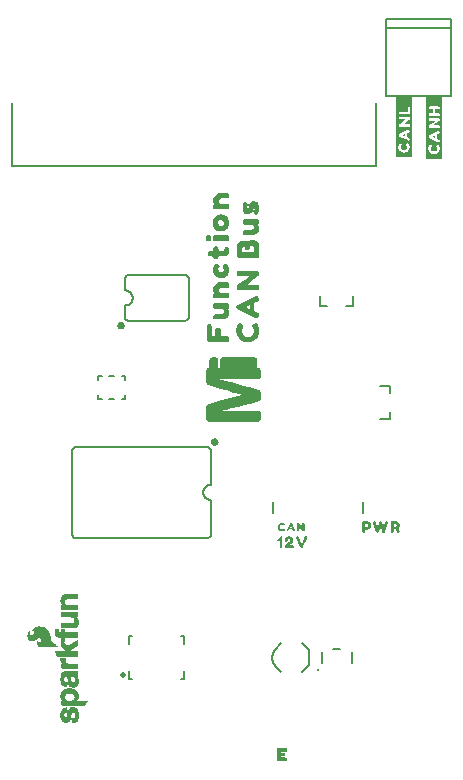
<source format=gto>
G04 EAGLE Gerber RS-274X export*
G75*
%MOMM*%
%FSLAX34Y34*%
%LPD*%
%INSilkscreen Top*%
%IPPOS*%
%AMOC8*
5,1,8,0,0,1.08239X$1,22.5*%
G01*
%ADD10C,0.203200*%
%ADD11R,0.640000X0.040000*%
%ADD12R,0.800000X0.040000*%
%ADD13R,0.840000X0.040000*%
%ADD14R,0.280000X0.040000*%
%ADD15R,0.600000X0.040000*%
%ADD16R,0.680000X0.040000*%
%ADD17R,0.760000X0.040000*%
%ADD18C,0.254000*%
%ADD19C,0.508000*%

G36*
X213211Y313968D02*
X213211Y313968D01*
X213249Y313976D01*
X213357Y313990D01*
X213860Y314145D01*
X213867Y314149D01*
X213876Y314151D01*
X214022Y314230D01*
X214435Y314556D01*
X214440Y314562D01*
X214447Y314566D01*
X214476Y314599D01*
X214489Y314609D01*
X214507Y314636D01*
X214555Y314692D01*
X214824Y315144D01*
X214827Y315152D01*
X214832Y315158D01*
X214887Y315315D01*
X214976Y315833D01*
X214975Y315869D01*
X214984Y315918D01*
X214984Y321210D01*
X214980Y321228D01*
X214982Y321250D01*
X214941Y321775D01*
X214940Y321778D01*
X214940Y321780D01*
X214898Y321941D01*
X214683Y322421D01*
X214678Y322427D01*
X214676Y322435D01*
X214579Y322570D01*
X214205Y322941D01*
X214198Y322946D01*
X214193Y322953D01*
X214054Y323044D01*
X213572Y323255D01*
X213571Y323255D01*
X213570Y323256D01*
X213409Y323295D01*
X212883Y323334D01*
X212866Y323332D01*
X212846Y323336D01*
X196970Y323333D01*
X196968Y323333D01*
X196967Y323333D01*
X192733Y323309D01*
X192731Y323309D01*
X192729Y323309D01*
X189556Y323261D01*
X189554Y323261D01*
X189461Y323241D01*
X189361Y323219D01*
X189360Y323219D01*
X189338Y323203D01*
X189317Y323217D01*
X189300Y323220D01*
X189286Y323228D01*
X189121Y323252D01*
X184892Y323159D01*
X184890Y323159D01*
X184888Y323159D01*
X181717Y323061D01*
X181714Y323060D01*
X181710Y323060D01*
X179932Y322982D01*
X181813Y323397D01*
X181815Y323398D01*
X181819Y323398D01*
X189028Y325077D01*
X189042Y325083D01*
X189062Y325086D01*
X189397Y325189D01*
X189463Y325194D01*
X189506Y325191D01*
X189529Y325199D01*
X189560Y325201D01*
X196229Y326822D01*
X196230Y326823D01*
X196232Y326823D01*
X201866Y328229D01*
X201867Y328230D01*
X201869Y328230D01*
X209029Y330065D01*
X209030Y330066D01*
X209033Y330066D01*
X213626Y331282D01*
X213665Y331302D01*
X213737Y331327D01*
X214198Y331579D01*
X214205Y331585D01*
X214213Y331588D01*
X214340Y331695D01*
X214678Y332097D01*
X214681Y332103D01*
X214686Y332107D01*
X214767Y332253D01*
X214941Y332748D01*
X214946Y332778D01*
X214969Y332901D01*
X214983Y333428D01*
X214982Y333434D01*
X214983Y333441D01*
X214983Y338720D01*
X214979Y338742D01*
X214981Y338771D01*
X214927Y339293D01*
X214926Y339299D01*
X214926Y339304D01*
X214878Y339464D01*
X214646Y339934D01*
X214641Y339941D01*
X214638Y339949D01*
X214536Y340081D01*
X214150Y340436D01*
X214145Y340439D01*
X214142Y340443D01*
X214001Y340530D01*
X213514Y340729D01*
X213493Y340733D01*
X213469Y340745D01*
X208413Y342265D01*
X208411Y342266D01*
X208409Y342267D01*
X201312Y344331D01*
X201310Y344332D01*
X201308Y344333D01*
X195717Y345903D01*
X195715Y345903D01*
X195712Y345904D01*
X189598Y347561D01*
X189563Y347563D01*
X189530Y347575D01*
X189465Y347570D01*
X189399Y347574D01*
X189387Y347570D01*
X189361Y347596D01*
X189288Y347629D01*
X189250Y347652D01*
X189231Y347655D01*
X189209Y347664D01*
X186141Y348467D01*
X186139Y348467D01*
X186137Y348468D01*
X182036Y349501D01*
X182034Y349501D01*
X182031Y349502D01*
X179461Y350119D01*
X179458Y350119D01*
X179455Y350120D01*
X182821Y350044D01*
X182823Y350044D01*
X182825Y350044D01*
X189167Y349952D01*
X189221Y349962D01*
X189276Y349962D01*
X189318Y349980D01*
X189363Y349989D01*
X189409Y350019D01*
X189459Y350041D01*
X189461Y350042D01*
X189669Y349982D01*
X189712Y349978D01*
X189805Y349962D01*
X192970Y349937D01*
X192972Y349937D01*
X192974Y349937D01*
X213022Y349924D01*
X213057Y349931D01*
X213107Y349932D01*
X213624Y350020D01*
X213631Y350023D01*
X213638Y350023D01*
X213794Y350083D01*
X214245Y350350D01*
X214251Y350355D01*
X214259Y350358D01*
X214382Y350469D01*
X214708Y350880D01*
X214712Y350888D01*
X214718Y350893D01*
X214794Y351042D01*
X214950Y351542D01*
X214954Y351586D01*
X214972Y351680D01*
X214984Y352207D01*
X214983Y352212D01*
X214984Y352218D01*
X214984Y357494D01*
X214982Y357505D01*
X214983Y357518D01*
X214958Y358044D01*
X214952Y358066D01*
X214925Y358201D01*
X214735Y358689D01*
X214731Y358696D01*
X214729Y358703D01*
X214640Y358844D01*
X214288Y359232D01*
X214282Y359237D01*
X214278Y359243D01*
X214144Y359342D01*
X213677Y359580D01*
X213671Y359582D01*
X213666Y359585D01*
X213506Y359631D01*
X212984Y359691D01*
X212967Y359689D01*
X212945Y359694D01*
X212544Y359707D01*
X212337Y359827D01*
X212228Y360055D01*
X212211Y366273D01*
X212202Y366316D01*
X212197Y366390D01*
X212071Y366901D01*
X212053Y366940D01*
X212020Y367030D01*
X211758Y367486D01*
X211729Y367519D01*
X211673Y367596D01*
X211296Y367962D01*
X211259Y367986D01*
X211185Y368044D01*
X210723Y368294D01*
X210682Y368306D01*
X210591Y368342D01*
X210078Y368453D01*
X210036Y368454D01*
X209973Y368464D01*
X189933Y368472D01*
X189415Y368491D01*
X189398Y368488D01*
X189380Y368491D01*
X189300Y368472D01*
X189260Y368465D01*
X189243Y368471D01*
X189213Y368469D01*
X189174Y368476D01*
X183359Y368476D01*
X183355Y368475D01*
X183351Y368476D01*
X182822Y368466D01*
X182781Y368457D01*
X182717Y368453D01*
X182204Y368333D01*
X182165Y368315D01*
X182074Y368282D01*
X181615Y368024D01*
X181582Y367996D01*
X181504Y367940D01*
X181134Y367566D01*
X181110Y367529D01*
X181051Y367454D01*
X180798Y366992D01*
X180786Y366951D01*
X180749Y366862D01*
X180634Y366348D01*
X180633Y366306D01*
X180622Y366240D01*
X180614Y360431D01*
X180604Y360032D01*
X180486Y359819D01*
X180263Y359707D01*
X179427Y359702D01*
X179189Y359804D01*
X179065Y360002D01*
X179047Y360387D01*
X179041Y366189D01*
X179034Y366228D01*
X179032Y366285D01*
X178931Y366801D01*
X178914Y366842D01*
X178886Y366933D01*
X178646Y367402D01*
X178619Y367436D01*
X178566Y367515D01*
X178207Y367900D01*
X178171Y367926D01*
X178099Y367988D01*
X177646Y368258D01*
X177606Y368273D01*
X177516Y368313D01*
X177006Y368446D01*
X176963Y368449D01*
X176894Y368462D01*
X176366Y368477D01*
X176360Y368476D01*
X176352Y368477D01*
X174238Y368477D01*
X174222Y368474D01*
X174202Y368476D01*
X173676Y368438D01*
X173633Y368426D01*
X173544Y368410D01*
X173048Y368233D01*
X173010Y368211D01*
X172925Y368169D01*
X172497Y367862D01*
X172469Y367832D01*
X172463Y367828D01*
X172461Y367825D01*
X172396Y367767D01*
X172069Y367354D01*
X172049Y367315D01*
X171999Y367236D01*
X171797Y366749D01*
X171789Y366706D01*
X171762Y366616D01*
X171701Y366093D01*
X171703Y366067D01*
X171698Y366035D01*
X171696Y360256D01*
X171648Y359921D01*
X171507Y359762D01*
X171183Y359684D01*
X170691Y359628D01*
X170685Y359627D01*
X170679Y359627D01*
X170520Y359577D01*
X170052Y359338D01*
X170046Y359333D01*
X170039Y359331D01*
X169909Y359228D01*
X169557Y358838D01*
X169552Y358831D01*
X169546Y358826D01*
X169461Y358683D01*
X169272Y358193D01*
X169269Y358175D01*
X169239Y358035D01*
X169217Y357508D01*
X169218Y357498D01*
X169216Y357486D01*
X169216Y347443D01*
X169217Y347438D01*
X169216Y347432D01*
X169229Y346903D01*
X169236Y346872D01*
X169256Y346751D01*
X169429Y346255D01*
X169433Y346247D01*
X169435Y346238D01*
X169520Y346095D01*
X169861Y345695D01*
X169868Y345690D01*
X169872Y345683D01*
X169908Y345654D01*
X169917Y345643D01*
X169941Y345629D01*
X170003Y345580D01*
X170464Y345330D01*
X170502Y345318D01*
X170553Y345292D01*
X176604Y343389D01*
X176605Y343389D01*
X176606Y343389D01*
X181151Y341983D01*
X181153Y341983D01*
X181155Y341982D01*
X189253Y339544D01*
X189334Y339537D01*
X189375Y339530D01*
X189388Y339525D01*
X189493Y339474D01*
X193046Y338456D01*
X193049Y338456D01*
X193052Y338455D01*
X196617Y337482D01*
X196622Y337482D01*
X196628Y337480D01*
X199701Y336712D01*
X199707Y336712D01*
X199713Y336709D01*
X200164Y336609D01*
X199567Y336489D01*
X199563Y336487D01*
X199557Y336486D01*
X195951Y335678D01*
X195948Y335677D01*
X195943Y335677D01*
X191837Y334691D01*
X191835Y334691D01*
X191833Y334691D01*
X190296Y334311D01*
X190291Y334308D01*
X190284Y334308D01*
X189265Y334030D01*
X189240Y334017D01*
X189201Y334013D01*
X189187Y334013D01*
X189185Y334012D01*
X189183Y334012D01*
X185599Y333092D01*
X185597Y333091D01*
X185594Y333091D01*
X181506Y332004D01*
X181505Y332004D01*
X181503Y332004D01*
X178953Y331308D01*
X178951Y331307D01*
X178949Y331307D01*
X174878Y330160D01*
X174875Y330159D01*
X174872Y330158D01*
X170814Y328964D01*
X170802Y328958D01*
X170786Y328955D01*
X170290Y328776D01*
X170277Y328768D01*
X170148Y328696D01*
X169737Y328368D01*
X169730Y328360D01*
X169721Y328355D01*
X169615Y328227D01*
X169354Y327771D01*
X169351Y327761D01*
X169344Y327753D01*
X169293Y327595D01*
X169216Y327075D01*
X169218Y327044D01*
X169211Y327003D01*
X169206Y315899D01*
X169213Y315863D01*
X169214Y315810D01*
X169308Y315293D01*
X169311Y315284D01*
X169311Y315275D01*
X169374Y315120D01*
X169649Y314673D01*
X169654Y314668D01*
X169657Y314661D01*
X169725Y314588D01*
X169726Y314587D01*
X169726Y314586D01*
X169770Y314539D01*
X170186Y314219D01*
X170194Y314215D01*
X170200Y314209D01*
X170349Y314136D01*
X170853Y313987D01*
X170895Y313983D01*
X170994Y313967D01*
X188971Y313958D01*
X189014Y313967D01*
X189089Y313972D01*
X189203Y314000D01*
X189217Y313991D01*
X189226Y313990D01*
X189233Y313985D01*
X189397Y313958D01*
X213211Y313968D01*
G37*
G36*
X368588Y536780D02*
X368588Y536780D01*
X368596Y536782D01*
X368796Y537282D01*
X368792Y537295D01*
X368799Y537300D01*
X368799Y588800D01*
X368786Y588818D01*
X368789Y588830D01*
X368489Y589230D01*
X368458Y589239D01*
X368450Y589249D01*
X355550Y589249D01*
X355532Y589236D01*
X355520Y589239D01*
X355120Y588939D01*
X355116Y588923D01*
X355111Y588920D01*
X355114Y588916D01*
X355112Y588908D01*
X355101Y588900D01*
X355101Y536900D01*
X355137Y536853D01*
X355140Y536855D01*
X355142Y536851D01*
X355742Y536751D01*
X355747Y536754D01*
X355750Y536751D01*
X368550Y536751D01*
X368588Y536780D01*
G37*
G36*
X342755Y538024D02*
X342755Y538024D01*
X342758Y538021D01*
X343358Y538121D01*
X343399Y538165D01*
X343396Y538168D01*
X343399Y538170D01*
X343399Y588870D01*
X343380Y588896D01*
X343380Y588909D01*
X342980Y589209D01*
X342958Y589209D01*
X342950Y589219D01*
X330050Y589219D01*
X330024Y589200D01*
X330011Y589200D01*
X329711Y588800D01*
X329711Y588778D01*
X329701Y588770D01*
X329701Y538670D01*
X329704Y538665D01*
X329701Y538662D01*
X329801Y538062D01*
X329845Y538021D01*
X329848Y538024D01*
X329850Y538021D01*
X342750Y538021D01*
X342755Y538024D01*
G37*
G36*
X211672Y452782D02*
X211672Y452782D01*
X211674Y452781D01*
X213074Y452881D01*
X213094Y452899D01*
X213107Y452898D01*
X213807Y453698D01*
X213809Y453718D01*
X213819Y453724D01*
X214019Y455324D01*
X214017Y455328D01*
X214017Y455329D01*
X214019Y455330D01*
X214019Y462130D01*
X214016Y462134D01*
X214019Y462137D01*
X213819Y463537D01*
X213812Y463543D01*
X213815Y463549D01*
X213315Y464749D01*
X213306Y464754D01*
X213308Y464761D01*
X212408Y465861D01*
X212403Y465863D01*
X212403Y465867D01*
X211403Y466767D01*
X211395Y466767D01*
X211395Y466773D01*
X210195Y467473D01*
X210185Y467471D01*
X210182Y467478D01*
X208982Y467778D01*
X208976Y467775D01*
X208973Y467779D01*
X207473Y467879D01*
X207467Y467875D01*
X207463Y467879D01*
X206163Y467679D01*
X206156Y467672D01*
X206151Y467675D01*
X204951Y467175D01*
X204947Y467169D01*
X204943Y467171D01*
X203769Y466388D01*
X203295Y466672D01*
X203289Y466672D01*
X203288Y466676D01*
X201988Y467176D01*
X201978Y467173D01*
X201974Y467179D01*
X200674Y467279D01*
X200669Y467276D01*
X200667Y467279D01*
X199267Y467179D01*
X199260Y467173D01*
X199254Y467177D01*
X198054Y466777D01*
X198050Y466770D01*
X198045Y466773D01*
X196845Y466073D01*
X196841Y466062D01*
X196833Y466063D01*
X195933Y465063D01*
X195933Y465055D01*
X195927Y465055D01*
X195227Y463855D01*
X195229Y463844D01*
X195222Y463841D01*
X194922Y462541D01*
X194924Y462536D01*
X194921Y462534D01*
X194821Y461134D01*
X194822Y461131D01*
X194821Y461130D01*
X194821Y455730D01*
X194822Y455728D01*
X194821Y455727D01*
X194921Y454027D01*
X194931Y454015D01*
X194927Y454006D01*
X195427Y453106D01*
X195452Y453095D01*
X195457Y453083D01*
X196557Y452783D01*
X196566Y452786D01*
X196570Y452781D01*
X211670Y452781D01*
X211672Y452782D01*
G37*
G36*
X43400Y122841D02*
X43400Y122841D01*
X43451Y122843D01*
X43483Y122861D01*
X43519Y122869D01*
X43558Y122902D01*
X43603Y122926D01*
X43624Y122956D01*
X43652Y122979D01*
X43673Y123026D01*
X43703Y123068D01*
X43711Y123110D01*
X43723Y123138D01*
X43722Y123168D01*
X43730Y123210D01*
X43730Y123310D01*
X43724Y123336D01*
X43727Y123363D01*
X43705Y123420D01*
X43691Y123479D01*
X43674Y123499D01*
X43664Y123525D01*
X43605Y123583D01*
X43581Y123612D01*
X43571Y123617D01*
X43561Y123626D01*
X43292Y123806D01*
X43019Y124079D01*
X42999Y124091D01*
X42978Y124114D01*
X42600Y124398D01*
X42119Y124879D01*
X42106Y124887D01*
X42093Y124902D01*
X41507Y125391D01*
X40919Y125979D01*
X40896Y125993D01*
X40871Y126019D01*
X40197Y126501D01*
X38919Y127779D01*
X38906Y127787D01*
X38893Y127802D01*
X38323Y128278D01*
X37563Y129228D01*
X37313Y129644D01*
X37230Y130141D01*
X37230Y132010D01*
X37224Y132036D01*
X37225Y132073D01*
X37025Y133273D01*
X37018Y133288D01*
X37017Y133310D01*
X36840Y133958D01*
X36737Y134338D01*
X36717Y134410D01*
X36708Y134427D01*
X36703Y134451D01*
X36303Y135451D01*
X36288Y135473D01*
X36276Y135506D01*
X35676Y136506D01*
X35656Y136526D01*
X35636Y136560D01*
X34936Y137360D01*
X34927Y137367D01*
X34919Y137379D01*
X34119Y138179D01*
X34101Y138190D01*
X34083Y138210D01*
X33183Y138910D01*
X33160Y138921D01*
X33135Y138942D01*
X31335Y139942D01*
X31300Y139952D01*
X31252Y139976D01*
X29452Y140476D01*
X29418Y140478D01*
X29371Y140490D01*
X27571Y140590D01*
X27536Y140583D01*
X27480Y140584D01*
X25880Y140284D01*
X25856Y140273D01*
X25822Y140268D01*
X24422Y139768D01*
X24397Y139752D01*
X24358Y139738D01*
X23158Y139038D01*
X23136Y139017D01*
X23097Y138994D01*
X22197Y138194D01*
X22194Y138190D01*
X22110Y138080D01*
X21710Y137280D01*
X21698Y137230D01*
X21677Y137182D01*
X21678Y137147D01*
X21670Y137112D01*
X21681Y137061D01*
X21683Y137009D01*
X21701Y136978D01*
X21709Y136943D01*
X21741Y136903D01*
X21766Y136857D01*
X21795Y136836D01*
X21818Y136809D01*
X21865Y136787D01*
X21908Y136757D01*
X21949Y136749D01*
X21976Y136737D01*
X22007Y136738D01*
X22050Y136730D01*
X22788Y136730D01*
X23206Y136591D01*
X23305Y136442D01*
X23370Y136248D01*
X23370Y135700D01*
X23021Y135001D01*
X22839Y134730D01*
X22546Y134338D01*
X22542Y134329D01*
X22534Y134321D01*
X22355Y134052D01*
X22125Y133823D01*
X22115Y133818D01*
X21780Y133650D01*
X21764Y133637D01*
X21739Y133626D01*
X21494Y133463D01*
X21158Y133379D01*
X21146Y133373D01*
X21130Y133371D01*
X20950Y133311D01*
X20796Y133362D01*
X20620Y133450D01*
X20597Y133456D01*
X20570Y133471D01*
X20319Y133555D01*
X20115Y133690D01*
X19875Y134011D01*
X19713Y134334D01*
X19623Y134785D01*
X19619Y134792D01*
X19619Y134802D01*
X19530Y135157D01*
X19530Y135348D01*
X19611Y135590D01*
X19614Y135627D01*
X19630Y135710D01*
X19630Y136010D01*
X19624Y136035D01*
X19627Y136061D01*
X19605Y136119D01*
X19591Y136179D01*
X19574Y136199D01*
X19565Y136223D01*
X19520Y136265D01*
X19481Y136312D01*
X19457Y136323D01*
X19438Y136340D01*
X19379Y136358D01*
X19322Y136383D01*
X19297Y136382D01*
X19272Y136390D01*
X19211Y136379D01*
X19149Y136377D01*
X19127Y136364D01*
X19101Y136360D01*
X19030Y136312D01*
X18997Y136294D01*
X18991Y136286D01*
X18981Y136279D01*
X18881Y136179D01*
X18869Y136159D01*
X18846Y136138D01*
X18546Y135738D01*
X18534Y135712D01*
X18510Y135680D01*
X18210Y135080D01*
X18206Y135063D01*
X18194Y135044D01*
X17894Y134244D01*
X17893Y134237D01*
X17889Y134230D01*
X17589Y133330D01*
X17586Y133292D01*
X17570Y133210D01*
X17570Y132210D01*
X17576Y132182D01*
X17576Y132142D01*
X17776Y131042D01*
X17791Y131007D01*
X17816Y130928D01*
X18416Y129828D01*
X18439Y129802D01*
X18466Y129757D01*
X19266Y128857D01*
X19294Y128838D01*
X19329Y128801D01*
X20029Y128301D01*
X20065Y128286D01*
X20130Y128249D01*
X21030Y127949D01*
X21067Y127946D01*
X21150Y127930D01*
X21950Y127930D01*
X21983Y127937D01*
X22033Y127939D01*
X22933Y128139D01*
X22968Y128156D01*
X23035Y128178D01*
X23935Y128678D01*
X23959Y128700D01*
X24000Y128724D01*
X24800Y129424D01*
X24801Y129425D01*
X24803Y129426D01*
X25700Y130224D01*
X26455Y130884D01*
X27028Y131130D01*
X27588Y131130D01*
X28065Y130971D01*
X28466Y130650D01*
X28797Y130154D01*
X28970Y129463D01*
X28970Y128748D01*
X28884Y128319D01*
X28712Y127888D01*
X28555Y127652D01*
X28325Y127423D01*
X28186Y127353D01*
X28004Y127262D01*
X27788Y127190D01*
X27612Y127190D01*
X27419Y127255D01*
X27192Y127406D01*
X26882Y127715D01*
X26811Y127930D01*
X26798Y127950D01*
X26790Y127980D01*
X26590Y128380D01*
X26566Y128409D01*
X26519Y128479D01*
X26419Y128579D01*
X26398Y128592D01*
X26382Y128611D01*
X26325Y128637D01*
X26272Y128670D01*
X26247Y128673D01*
X26224Y128683D01*
X26161Y128681D01*
X26099Y128687D01*
X26076Y128678D01*
X26051Y128677D01*
X25996Y128647D01*
X25937Y128625D01*
X25920Y128607D01*
X25898Y128595D01*
X25844Y128525D01*
X25820Y128498D01*
X25817Y128489D01*
X25810Y128480D01*
X25710Y128280D01*
X25706Y128265D01*
X25697Y128252D01*
X25671Y128118D01*
X25670Y128112D01*
X25670Y128111D01*
X25670Y128110D01*
X25670Y127957D01*
X25581Y127602D01*
X25581Y127566D01*
X25570Y127510D01*
X25570Y126710D01*
X25576Y126684D01*
X25575Y126648D01*
X25675Y126048D01*
X25688Y126017D01*
X25697Y125969D01*
X26097Y124969D01*
X26119Y124938D01*
X26146Y124882D01*
X26434Y124498D01*
X26724Y124014D01*
X26738Y124000D01*
X26747Y123981D01*
X26824Y123911D01*
X26845Y123890D01*
X26850Y123888D01*
X26854Y123884D01*
X27354Y123584D01*
X27367Y123580D01*
X27380Y123570D01*
X27980Y123270D01*
X28003Y123264D01*
X28030Y123249D01*
X28630Y123049D01*
X28663Y123046D01*
X28708Y123032D01*
X30508Y122832D01*
X30527Y122834D01*
X30550Y122830D01*
X43350Y122830D01*
X43400Y122841D01*
G37*
G36*
X65460Y73332D02*
X65460Y73332D01*
X65470Y73330D01*
X65544Y73352D01*
X65619Y73369D01*
X65627Y73376D01*
X65637Y73379D01*
X65747Y73472D01*
X66134Y73956D01*
X67019Y74841D01*
X67029Y74857D01*
X67047Y74872D01*
X68234Y76356D01*
X69119Y77241D01*
X69132Y77263D01*
X69152Y77279D01*
X69178Y77336D01*
X69210Y77388D01*
X69213Y77414D01*
X69223Y77438D01*
X69221Y77499D01*
X69227Y77561D01*
X69218Y77585D01*
X69217Y77611D01*
X69187Y77665D01*
X69165Y77723D01*
X69146Y77740D01*
X69134Y77763D01*
X69084Y77798D01*
X69038Y77840D01*
X69013Y77848D01*
X68992Y77863D01*
X68908Y77879D01*
X68872Y77890D01*
X68862Y77888D01*
X68850Y77890D01*
X59609Y77890D01*
X59888Y78113D01*
X59905Y78136D01*
X59976Y78214D01*
X60576Y79214D01*
X60580Y79227D01*
X60590Y79240D01*
X60890Y79840D01*
X60899Y79878D01*
X60925Y79948D01*
X61225Y81748D01*
X61223Y81786D01*
X61227Y81860D01*
X61027Y83360D01*
X61016Y83388D01*
X61011Y83430D01*
X60611Y84630D01*
X60590Y84663D01*
X60558Y84734D01*
X59758Y85834D01*
X59738Y85851D01*
X59719Y85879D01*
X58819Y86779D01*
X58786Y86799D01*
X58732Y86844D01*
X57632Y87444D01*
X57615Y87449D01*
X57596Y87461D01*
X56396Y87961D01*
X56369Y87966D01*
X56336Y87981D01*
X55036Y88281D01*
X55010Y88280D01*
X54977Y88289D01*
X53577Y88389D01*
X53554Y88386D01*
X53525Y88389D01*
X52025Y88289D01*
X52002Y88282D01*
X51970Y88282D01*
X50570Y87982D01*
X50557Y87975D01*
X50538Y87973D01*
X49238Y87573D01*
X49205Y87554D01*
X49146Y87531D01*
X48046Y86831D01*
X48027Y86811D01*
X47996Y86793D01*
X46996Y85893D01*
X46974Y85861D01*
X46929Y85814D01*
X46229Y84714D01*
X46218Y84682D01*
X46192Y84638D01*
X45692Y83238D01*
X45688Y83199D01*
X45671Y83135D01*
X45571Y81635D01*
X45572Y81624D01*
X45570Y81610D01*
X45570Y80910D01*
X45576Y80884D01*
X45575Y80848D01*
X45775Y79648D01*
X45780Y79636D01*
X45824Y79514D01*
X46424Y78514D01*
X46440Y78498D01*
X46453Y78472D01*
X46853Y77972D01*
X46868Y77961D01*
X46881Y77941D01*
X47032Y77790D01*
X46250Y77790D01*
X46249Y77790D01*
X46248Y77790D01*
X46165Y77770D01*
X46081Y77751D01*
X46080Y77750D01*
X46079Y77750D01*
X46015Y77696D01*
X45948Y77641D01*
X45947Y77640D01*
X45946Y77639D01*
X45911Y77560D01*
X45877Y77482D01*
X45877Y77481D01*
X45876Y77480D01*
X45877Y77335D01*
X46077Y76335D01*
X46081Y76328D01*
X46081Y76318D01*
X46179Y75927D01*
X46277Y75435D01*
X46281Y75428D01*
X46281Y75418D01*
X46370Y75063D01*
X46370Y74610D01*
X46377Y74580D01*
X46377Y74535D01*
X46477Y74035D01*
X46481Y74028D01*
X46481Y74018D01*
X46581Y73618D01*
X46583Y73614D01*
X46583Y73609D01*
X46623Y73537D01*
X46660Y73464D01*
X46664Y73461D01*
X46666Y73457D01*
X46733Y73410D01*
X46800Y73361D01*
X46804Y73360D01*
X46808Y73357D01*
X46950Y73330D01*
X65450Y73330D01*
X65460Y73332D01*
G37*
G36*
X211872Y425283D02*
X211872Y425283D01*
X211874Y425281D01*
X213174Y425381D01*
X213195Y425400D01*
X213209Y425400D01*
X213909Y426300D01*
X213909Y426321D01*
X213919Y426327D01*
X214019Y428127D01*
X214010Y428140D01*
X214015Y428149D01*
X213515Y429349D01*
X213492Y429363D01*
X213488Y429376D01*
X212488Y429776D01*
X212475Y429772D01*
X212470Y429779D01*
X204372Y429779D01*
X203301Y429869D01*
X206200Y432091D01*
X212700Y436991D01*
X212701Y436996D01*
X212705Y436995D01*
X213805Y438095D01*
X213807Y438113D01*
X213818Y438122D01*
X213819Y438123D01*
X214019Y439423D01*
X214014Y439431D01*
X214019Y439436D01*
X213819Y441036D01*
X213800Y441055D01*
X213800Y441069D01*
X212900Y441769D01*
X212883Y441769D01*
X212878Y441779D01*
X211578Y441979D01*
X211573Y441977D01*
X211572Y441977D01*
X211570Y441979D01*
X196670Y441979D01*
X196666Y441977D01*
X196662Y441977D01*
X196658Y441974D01*
X196654Y441977D01*
X195454Y441577D01*
X195440Y441556D01*
X195427Y441554D01*
X194827Y440454D01*
X194829Y440437D01*
X194821Y440430D01*
X194821Y439030D01*
X194827Y439021D01*
X194823Y439016D01*
X195223Y437716D01*
X195249Y437697D01*
X195253Y437684D01*
X196353Y437284D01*
X196365Y437287D01*
X196370Y437281D01*
X205819Y437281D01*
X203741Y435770D01*
X203741Y435769D01*
X203740Y435769D01*
X201740Y434269D01*
X196241Y430170D01*
X196240Y430166D01*
X196237Y430167D01*
X195237Y429267D01*
X195234Y429248D01*
X195223Y429244D01*
X194823Y427944D01*
X194827Y427932D01*
X194821Y427927D01*
X194921Y426527D01*
X194932Y426514D01*
X194928Y426504D01*
X195628Y425404D01*
X195659Y425392D01*
X195666Y425381D01*
X196966Y425281D01*
X196969Y425283D01*
X196970Y425281D01*
X211870Y425281D01*
X211872Y425283D01*
G37*
G36*
X211676Y401391D02*
X211676Y401391D01*
X211687Y401384D01*
X212787Y401784D01*
X212800Y401804D01*
X212813Y401806D01*
X213613Y403206D01*
X213612Y403213D01*
X213617Y403214D01*
X214017Y404414D01*
X214015Y404421D01*
X214014Y404422D01*
X214007Y404442D01*
X214013Y404455D01*
X213313Y405655D01*
X213294Y405662D01*
X213292Y405674D01*
X210892Y406874D01*
X210891Y406874D01*
X210891Y406875D01*
X209619Y407462D01*
X209619Y414156D01*
X209689Y414184D01*
X209695Y414195D01*
X209703Y414193D01*
X210598Y414989D01*
X211792Y415586D01*
X213091Y416185D01*
X213098Y416200D01*
X213108Y416199D01*
X213908Y417199D01*
X213909Y417220D01*
X213917Y417226D01*
X213914Y417230D01*
X213919Y417234D01*
X213819Y418434D01*
X213810Y418445D01*
X213813Y418453D01*
X213013Y419953D01*
X212997Y419961D01*
X212995Y419972D01*
X211995Y420572D01*
X211969Y420569D01*
X211958Y420578D01*
X210758Y420278D01*
X210754Y420272D01*
X210749Y420275D01*
X209449Y419675D01*
X209449Y419674D01*
X195949Y413174D01*
X195945Y413168D01*
X195940Y413169D01*
X195140Y412569D01*
X195136Y412555D01*
X195127Y412554D01*
X194527Y411454D01*
X194528Y411445D01*
X194523Y411441D01*
X194530Y411432D01*
X194521Y411423D01*
X194721Y410123D01*
X194735Y410110D01*
X194732Y410099D01*
X195632Y408999D01*
X195646Y408995D01*
X195648Y408986D01*
X196848Y408386D01*
X210348Y401786D01*
X210354Y401787D01*
X210356Y401783D01*
X211656Y401383D01*
X211676Y401391D01*
G37*
G36*
X56592Y88736D02*
X56592Y88736D01*
X56725Y88737D01*
X57188Y88830D01*
X57650Y88830D01*
X57665Y88833D01*
X57680Y88831D01*
X57812Y88868D01*
X57819Y88869D01*
X57819Y88870D01*
X57820Y88870D01*
X58174Y89047D01*
X58625Y89137D01*
X58626Y89138D01*
X58627Y89138D01*
X58761Y89194D01*
X59061Y89394D01*
X59068Y89401D01*
X59078Y89406D01*
X59470Y89699D01*
X59761Y89894D01*
X59782Y89917D01*
X59819Y89941D01*
X60119Y90241D01*
X60139Y90273D01*
X60190Y90340D01*
X60380Y90719D01*
X60566Y90999D01*
X60574Y91019D01*
X60590Y91040D01*
X60790Y91440D01*
X60793Y91454D01*
X60803Y91469D01*
X61003Y91969D01*
X61006Y91991D01*
X61019Y92018D01*
X61119Y92418D01*
X61119Y92451D01*
X61123Y92460D01*
X61123Y92472D01*
X61130Y92510D01*
X61130Y92972D01*
X61223Y93435D01*
X61222Y93467D01*
X61230Y93510D01*
X61230Y94610D01*
X61222Y94647D01*
X61211Y94730D01*
X61130Y94972D01*
X61130Y95310D01*
X61122Y95347D01*
X61111Y95430D01*
X61030Y95672D01*
X61030Y95910D01*
X61022Y95947D01*
X61011Y96030D01*
X60611Y97230D01*
X60591Y97263D01*
X60566Y97321D01*
X60395Y97579D01*
X60311Y97830D01*
X60291Y97863D01*
X60266Y97921D01*
X60066Y98221D01*
X60044Y98242D01*
X60019Y98279D01*
X59882Y98416D01*
X59902Y98430D01*
X60050Y98430D01*
X60124Y98447D01*
X60199Y98460D01*
X60209Y98467D01*
X60219Y98469D01*
X60248Y98493D01*
X60319Y98541D01*
X60325Y98547D01*
X60399Y98560D01*
X60409Y98567D01*
X60419Y98569D01*
X60448Y98593D01*
X60519Y98641D01*
X60520Y98642D01*
X60551Y98643D01*
X60583Y98661D01*
X60619Y98669D01*
X60658Y98702D01*
X60703Y98726D01*
X60724Y98756D01*
X60752Y98779D01*
X60773Y98826D01*
X60803Y98868D01*
X60811Y98910D01*
X60823Y98938D01*
X60822Y98968D01*
X60830Y99010D01*
X60830Y102910D01*
X60819Y102960D01*
X60817Y103011D01*
X60799Y103043D01*
X60791Y103079D01*
X60758Y103118D01*
X60734Y103163D01*
X60704Y103184D01*
X60681Y103212D01*
X60634Y103233D01*
X60592Y103263D01*
X60550Y103271D01*
X60522Y103283D01*
X60492Y103282D01*
X60450Y103290D01*
X60350Y103290D01*
X60276Y103273D01*
X60201Y103260D01*
X60191Y103253D01*
X60181Y103251D01*
X60152Y103227D01*
X60081Y103179D01*
X60025Y103123D01*
X59960Y103090D01*
X59750Y103090D01*
X59735Y103087D01*
X59720Y103089D01*
X59588Y103052D01*
X59581Y103051D01*
X59581Y103050D01*
X59580Y103050D01*
X59460Y102990D01*
X59350Y102990D01*
X59335Y102987D01*
X59320Y102989D01*
X59188Y102952D01*
X59181Y102951D01*
X59181Y102950D01*
X59180Y102950D01*
X59060Y102890D01*
X58250Y102890D01*
X58235Y102887D01*
X58220Y102889D01*
X58088Y102852D01*
X58081Y102851D01*
X58081Y102850D01*
X58080Y102850D01*
X57960Y102790D01*
X49350Y102790D01*
X49320Y102783D01*
X49275Y102783D01*
X48775Y102683D01*
X48749Y102671D01*
X48709Y102663D01*
X48209Y102463D01*
X48197Y102455D01*
X48180Y102450D01*
X48038Y102379D01*
X47780Y102250D01*
X47758Y102232D01*
X47722Y102214D01*
X47322Y101914D01*
X47297Y101884D01*
X47246Y101838D01*
X46346Y100638D01*
X46331Y100603D01*
X46297Y100551D01*
X46097Y100051D01*
X46093Y100022D01*
X46077Y99985D01*
X45984Y99519D01*
X45797Y99051D01*
X45793Y99022D01*
X45777Y98985D01*
X45677Y98485D01*
X45678Y98453D01*
X45670Y98410D01*
X45670Y97848D01*
X45577Y97385D01*
X45578Y97353D01*
X45570Y97310D01*
X45570Y95010D01*
X45577Y94980D01*
X45577Y94935D01*
X45676Y94441D01*
X45775Y93848D01*
X45785Y93824D01*
X45789Y93790D01*
X45982Y93212D01*
X46077Y92735D01*
X46089Y92709D01*
X46097Y92669D01*
X46297Y92169D01*
X46312Y92147D01*
X46324Y92114D01*
X46924Y91114D01*
X46936Y91102D01*
X46946Y91082D01*
X47246Y90682D01*
X47276Y90657D01*
X47322Y90606D01*
X47722Y90306D01*
X47738Y90299D01*
X47754Y90284D01*
X48238Y89994D01*
X48622Y89706D01*
X48656Y89691D01*
X48730Y89649D01*
X49330Y89449D01*
X49355Y89447D01*
X49388Y89435D01*
X50588Y89235D01*
X50669Y89240D01*
X50751Y89243D01*
X50755Y89246D01*
X50760Y89246D01*
X50831Y89287D01*
X50903Y89326D01*
X50906Y89330D01*
X50910Y89333D01*
X50956Y89401D01*
X51003Y89468D01*
X51004Y89473D01*
X51006Y89477D01*
X51010Y89505D01*
X51030Y89610D01*
X51030Y93510D01*
X51019Y93560D01*
X51017Y93611D01*
X50999Y93643D01*
X50991Y93679D01*
X50958Y93718D01*
X50934Y93763D01*
X50904Y93784D01*
X50881Y93812D01*
X50834Y93833D01*
X50792Y93863D01*
X50750Y93871D01*
X50722Y93883D01*
X50692Y93882D01*
X50650Y93890D01*
X50240Y93890D01*
X50120Y93950D01*
X50097Y93956D01*
X50070Y93971D01*
X49796Y94062D01*
X49675Y94123D01*
X49363Y94435D01*
X48930Y95300D01*
X48930Y96920D01*
X48990Y97040D01*
X48994Y97055D01*
X49003Y97068D01*
X49029Y97202D01*
X49030Y97209D01*
X49030Y97210D01*
X49030Y97320D01*
X49233Y97727D01*
X49320Y97770D01*
X49349Y97794D01*
X49419Y97841D01*
X49475Y97898D01*
X49940Y98130D01*
X50823Y98130D01*
X51062Y97951D01*
X51302Y97550D01*
X51487Y96997D01*
X51677Y96331D01*
X51773Y95662D01*
X51972Y93868D01*
X52072Y92968D01*
X52080Y92947D01*
X52081Y92918D01*
X52281Y92118D01*
X52290Y92101D01*
X52294Y92077D01*
X52594Y91277D01*
X52609Y91255D01*
X52620Y91221D01*
X53020Y90521D01*
X53040Y90499D01*
X53061Y90463D01*
X53661Y89763D01*
X53688Y89743D01*
X53761Y89680D01*
X54461Y89280D01*
X54491Y89271D01*
X54530Y89249D01*
X55430Y88949D01*
X55453Y88947D01*
X55482Y88936D01*
X56582Y88736D01*
X56592Y88736D01*
G37*
G36*
X60500Y114841D02*
X60500Y114841D01*
X60551Y114843D01*
X60583Y114861D01*
X60619Y114869D01*
X60658Y114902D01*
X60703Y114926D01*
X60724Y114956D01*
X60752Y114979D01*
X60773Y115026D01*
X60803Y115068D01*
X60811Y115110D01*
X60823Y115138D01*
X60822Y115168D01*
X60830Y115210D01*
X60830Y119110D01*
X60819Y119160D01*
X60817Y119211D01*
X60799Y119243D01*
X60791Y119279D01*
X60758Y119318D01*
X60734Y119363D01*
X60704Y119384D01*
X60681Y119412D01*
X60634Y119433D01*
X60592Y119463D01*
X60550Y119471D01*
X60522Y119483D01*
X60492Y119482D01*
X60450Y119490D01*
X55715Y119490D01*
X54744Y120531D01*
X60650Y124187D01*
X60674Y124210D01*
X60703Y124226D01*
X60734Y124271D01*
X60773Y124309D01*
X60784Y124341D01*
X60803Y124368D01*
X60816Y124436D01*
X60828Y124473D01*
X60826Y124490D01*
X60830Y124510D01*
X60830Y129210D01*
X60814Y129282D01*
X60802Y129354D01*
X60794Y129365D01*
X60791Y129379D01*
X60744Y129435D01*
X60701Y129495D01*
X60689Y129502D01*
X60681Y129512D01*
X60614Y129542D01*
X60549Y129577D01*
X60535Y129578D01*
X60522Y129583D01*
X60449Y129580D01*
X60376Y129583D01*
X60362Y129577D01*
X60349Y129577D01*
X60315Y129558D01*
X60242Y129528D01*
X51503Y123799D01*
X46521Y128876D01*
X46498Y128891D01*
X46481Y128912D01*
X46426Y128937D01*
X46375Y128969D01*
X46348Y128972D01*
X46322Y128983D01*
X46263Y128981D01*
X46203Y128987D01*
X46177Y128978D01*
X46149Y128977D01*
X46097Y128948D01*
X46040Y128927D01*
X46021Y128907D01*
X45997Y128894D01*
X45963Y128845D01*
X45921Y128801D01*
X45913Y128775D01*
X45897Y128752D01*
X45882Y128672D01*
X45871Y128636D01*
X45873Y128624D01*
X45870Y128610D01*
X45870Y124010D01*
X45888Y123932D01*
X45903Y123854D01*
X45908Y123848D01*
X45909Y123841D01*
X45930Y123816D01*
X45987Y123736D01*
X50405Y119490D01*
X40950Y119490D01*
X40894Y119477D01*
X40837Y119473D01*
X40811Y119458D01*
X40781Y119451D01*
X40737Y119414D01*
X40688Y119385D01*
X40671Y119360D01*
X40648Y119341D01*
X40624Y119288D01*
X40593Y119240D01*
X40589Y119210D01*
X40577Y119182D01*
X40579Y119125D01*
X40572Y119068D01*
X40582Y119035D01*
X40583Y119009D01*
X40600Y118979D01*
X40615Y118930D01*
X42715Y115030D01*
X42745Y114996D01*
X42766Y114957D01*
X42801Y114932D01*
X42830Y114900D01*
X42871Y114883D01*
X42908Y114857D01*
X42958Y114848D01*
X42990Y114834D01*
X43016Y114836D01*
X43050Y114830D01*
X60450Y114830D01*
X60500Y114841D01*
G37*
G36*
X204673Y381185D02*
X204673Y381185D01*
X204677Y381181D01*
X206077Y381381D01*
X206080Y381384D01*
X206082Y381382D01*
X207282Y381682D01*
X207286Y381688D01*
X207291Y381685D01*
X208591Y382285D01*
X208591Y382286D01*
X208592Y382286D01*
X209792Y382886D01*
X209796Y382895D01*
X209803Y382893D01*
X210803Y383793D01*
X210804Y383797D01*
X210807Y383797D01*
X211707Y384797D01*
X211707Y384801D01*
X211710Y384801D01*
X212510Y385901D01*
X212510Y385907D01*
X212514Y385908D01*
X213114Y387108D01*
X213114Y387111D01*
X213115Y387111D01*
X213615Y388311D01*
X213614Y388318D01*
X213618Y388320D01*
X213918Y389720D01*
X213916Y389724D01*
X213919Y389726D01*
X214019Y391026D01*
X214016Y391031D01*
X214019Y391034D01*
X213919Y392334D01*
X213915Y392338D01*
X213918Y392341D01*
X213618Y393641D01*
X213615Y393643D01*
X213617Y393646D01*
X213117Y395146D01*
X213110Y395150D01*
X213112Y395155D01*
X212512Y396155D01*
X212508Y396157D01*
X212508Y396161D01*
X211708Y397161D01*
X211689Y397166D01*
X211686Y397177D01*
X210486Y397577D01*
X210459Y397568D01*
X210447Y397573D01*
X209147Y396873D01*
X209143Y396865D01*
X209137Y396866D01*
X208037Y395866D01*
X208032Y395842D01*
X208021Y395835D01*
X207921Y394935D01*
X207932Y394918D01*
X207927Y394907D01*
X208625Y393609D01*
X209122Y392317D01*
X209320Y391030D01*
X209122Y389743D01*
X208626Y388553D01*
X207833Y387364D01*
X206845Y386573D01*
X205657Y386078D01*
X204270Y385880D01*
X202881Y386078D01*
X201693Y386474D01*
X200606Y387265D01*
X199814Y388453D01*
X199318Y389643D01*
X199120Y390932D01*
X199219Y392318D01*
X199714Y393508D01*
X200512Y394804D01*
X200512Y394809D01*
X200513Y394810D01*
X200511Y394812D01*
X200510Y394827D01*
X200519Y394835D01*
X200419Y395735D01*
X200404Y395751D01*
X200407Y395763D01*
X199507Y396763D01*
X199497Y396765D01*
X199496Y396772D01*
X198196Y397572D01*
X198174Y397570D01*
X198166Y397579D01*
X196966Y397479D01*
X196947Y397462D01*
X196933Y397463D01*
X196033Y396463D01*
X196033Y396457D01*
X196028Y396456D01*
X195328Y395356D01*
X195329Y395350D01*
X195325Y395349D01*
X194825Y394149D01*
X194825Y394147D01*
X194824Y394147D01*
X194826Y394145D01*
X194826Y394142D01*
X194822Y394140D01*
X194522Y392640D01*
X194524Y392636D01*
X194521Y392634D01*
X194421Y391334D01*
X194423Y391331D01*
X194421Y391330D01*
X194421Y390030D01*
X194426Y390023D01*
X194422Y390019D01*
X194722Y388719D01*
X194724Y388717D01*
X194723Y388716D01*
X195123Y387416D01*
X195126Y387413D01*
X195125Y387411D01*
X195625Y386211D01*
X195631Y386207D01*
X195629Y386203D01*
X196429Y385003D01*
X196432Y385002D01*
X196432Y384999D01*
X197232Y383999D01*
X197237Y383998D01*
X197237Y383993D01*
X198237Y383093D01*
X198243Y383093D01*
X198244Y383088D01*
X199344Y382388D01*
X199349Y382389D01*
X199349Y382385D01*
X200649Y381785D01*
X200653Y381786D01*
X200654Y381783D01*
X201854Y381383D01*
X201863Y381386D01*
X201867Y381381D01*
X204667Y381181D01*
X204673Y381185D01*
G37*
G36*
X186172Y381582D02*
X186172Y381582D01*
X186174Y381581D01*
X187574Y381681D01*
X187592Y381697D01*
X187605Y381695D01*
X188305Y382395D01*
X188308Y382416D01*
X188319Y382421D01*
X188619Y384121D01*
X188612Y384134D01*
X188618Y384140D01*
X188318Y385540D01*
X188297Y385559D01*
X188295Y385572D01*
X187295Y386172D01*
X187279Y386170D01*
X187274Y386179D01*
X185974Y386279D01*
X185971Y386278D01*
X185970Y386279D01*
X181899Y386279D01*
X181419Y387143D01*
X181419Y391230D01*
X181418Y391232D01*
X181419Y391234D01*
X181319Y392634D01*
X181302Y392654D01*
X181302Y392667D01*
X180502Y393367D01*
X180482Y393369D01*
X180476Y393379D01*
X178876Y393579D01*
X178866Y393573D01*
X178860Y393578D01*
X177460Y393278D01*
X177444Y393260D01*
X177431Y393260D01*
X176731Y392360D01*
X176731Y392338D01*
X176721Y392330D01*
X176721Y386950D01*
X176050Y386279D01*
X174695Y386279D01*
X174119Y387046D01*
X174119Y395130D01*
X174108Y395146D01*
X174112Y395156D01*
X173412Y396256D01*
X173387Y396266D01*
X173381Y396278D01*
X172081Y396578D01*
X172071Y396574D01*
X172067Y396579D01*
X170667Y396479D01*
X170649Y396464D01*
X170637Y396467D01*
X169637Y395567D01*
X169633Y395544D01*
X169621Y395538D01*
X169421Y394238D01*
X169424Y394232D01*
X169421Y394230D01*
X169421Y383230D01*
X169430Y383218D01*
X169425Y383210D01*
X169925Y382110D01*
X169949Y382097D01*
X169953Y382084D01*
X171053Y381684D01*
X171063Y381687D01*
X171067Y381681D01*
X172567Y381581D01*
X172569Y381582D01*
X172570Y381581D01*
X186170Y381581D01*
X186172Y381582D01*
G37*
G36*
X181172Y475182D02*
X181172Y475182D01*
X181174Y475181D01*
X182574Y475281D01*
X182580Y475286D01*
X182584Y475283D01*
X183884Y475683D01*
X183888Y475688D01*
X183892Y475686D01*
X185092Y476286D01*
X185095Y476291D01*
X185099Y476290D01*
X186199Y477090D01*
X186201Y477098D01*
X186207Y477097D01*
X187107Y478097D01*
X187107Y478103D01*
X187112Y478104D01*
X187812Y479204D01*
X187807Y479263D01*
X187797Y479262D01*
X187796Y479272D01*
X187766Y479290D01*
X187804Y479295D01*
X187803Y479308D01*
X187815Y479311D01*
X188315Y480511D01*
X188314Y480518D01*
X188318Y480520D01*
X188618Y481920D01*
X188614Y481929D01*
X188619Y481934D01*
X188519Y483234D01*
X188515Y483238D01*
X188518Y483241D01*
X188218Y484541D01*
X188214Y484544D01*
X188216Y484548D01*
X187716Y485848D01*
X187710Y485852D01*
X187712Y485856D01*
X187012Y486956D01*
X187002Y486960D01*
X187003Y486967D01*
X186003Y487867D01*
X185999Y487867D01*
X185999Y487870D01*
X184899Y488670D01*
X184890Y488670D01*
X184888Y488676D01*
X183588Y489176D01*
X183583Y489175D01*
X183581Y489178D01*
X182281Y489478D01*
X182274Y489475D01*
X182270Y489479D01*
X180870Y489479D01*
X180866Y489476D01*
X180863Y489479D01*
X179463Y489279D01*
X179459Y489275D01*
X179456Y489277D01*
X178156Y488877D01*
X178150Y488869D01*
X178144Y488872D01*
X177044Y488172D01*
X177041Y488164D01*
X177035Y488165D01*
X176035Y487165D01*
X176034Y487159D01*
X176030Y487159D01*
X175230Y486059D01*
X175230Y486050D01*
X175225Y486049D01*
X174725Y484849D01*
X174725Y484848D01*
X174724Y484847D01*
X174725Y484845D01*
X174723Y484844D01*
X174323Y483544D01*
X174327Y483534D01*
X174321Y483530D01*
X174321Y482130D01*
X174323Y482128D01*
X174321Y482126D01*
X174421Y480826D01*
X174426Y480820D01*
X174423Y480816D01*
X174823Y479516D01*
X174830Y479511D01*
X174827Y479505D01*
X175527Y478305D01*
X175534Y478302D01*
X175533Y478297D01*
X176433Y477298D01*
X178233Y475198D01*
X178262Y475192D01*
X178270Y475181D01*
X181170Y475181D01*
X181172Y475182D01*
G37*
G36*
X60500Y154241D02*
X60500Y154241D01*
X60551Y154243D01*
X60583Y154261D01*
X60619Y154269D01*
X60658Y154302D01*
X60703Y154326D01*
X60724Y154356D01*
X60752Y154379D01*
X60773Y154426D01*
X60803Y154468D01*
X60811Y154510D01*
X60823Y154538D01*
X60822Y154568D01*
X60830Y154610D01*
X60830Y158510D01*
X60819Y158560D01*
X60817Y158611D01*
X60799Y158643D01*
X60791Y158679D01*
X60758Y158718D01*
X60734Y158763D01*
X60704Y158784D01*
X60681Y158812D01*
X60634Y158833D01*
X60592Y158863D01*
X60550Y158871D01*
X60522Y158883D01*
X60492Y158882D01*
X60450Y158890D01*
X52071Y158890D01*
X51248Y158982D01*
X50624Y159249D01*
X50168Y159523D01*
X49741Y159864D01*
X49513Y160244D01*
X49426Y160765D01*
X49334Y161502D01*
X49424Y162041D01*
X49510Y162471D01*
X49738Y162851D01*
X50062Y163094D01*
X50484Y163347D01*
X51007Y163434D01*
X51701Y163533D01*
X52474Y163630D01*
X60450Y163630D01*
X60500Y163641D01*
X60551Y163643D01*
X60583Y163661D01*
X60619Y163669D01*
X60658Y163702D01*
X60703Y163726D01*
X60724Y163756D01*
X60752Y163779D01*
X60773Y163826D01*
X60803Y163868D01*
X60811Y163910D01*
X60823Y163938D01*
X60822Y163968D01*
X60830Y164010D01*
X60830Y167910D01*
X60819Y167960D01*
X60817Y168011D01*
X60799Y168043D01*
X60791Y168079D01*
X60758Y168118D01*
X60734Y168163D01*
X60704Y168184D01*
X60681Y168212D01*
X60634Y168233D01*
X60592Y168263D01*
X60550Y168271D01*
X60522Y168283D01*
X60492Y168282D01*
X60450Y168290D01*
X51750Y168290D01*
X51737Y168287D01*
X51721Y168289D01*
X50421Y168189D01*
X50404Y168184D01*
X50382Y168184D01*
X49282Y167984D01*
X49265Y167977D01*
X49241Y167974D01*
X48241Y167674D01*
X48208Y167655D01*
X48148Y167632D01*
X47348Y167132D01*
X47324Y167108D01*
X47281Y167079D01*
X46581Y166379D01*
X46561Y166346D01*
X46518Y166295D01*
X46018Y165395D01*
X46008Y165360D01*
X45983Y165310D01*
X45683Y164210D01*
X45683Y164198D01*
X45678Y164189D01*
X45679Y164169D01*
X45671Y164137D01*
X45571Y162737D01*
X45573Y162725D01*
X45570Y162710D01*
X45570Y162110D01*
X45576Y162084D01*
X45575Y162048D01*
X45675Y161448D01*
X45685Y161424D01*
X45689Y161390D01*
X46089Y160190D01*
X46109Y160157D01*
X46134Y160099D01*
X46534Y159499D01*
X46544Y159489D01*
X46553Y159472D01*
X46953Y158972D01*
X46968Y158961D01*
X46981Y158941D01*
X47232Y158690D01*
X46250Y158690D01*
X46200Y158679D01*
X46149Y158677D01*
X46117Y158659D01*
X46081Y158651D01*
X46042Y158618D01*
X45997Y158594D01*
X45976Y158564D01*
X45948Y158541D01*
X45927Y158494D01*
X45897Y158452D01*
X45889Y158410D01*
X45877Y158382D01*
X45878Y158352D01*
X45870Y158310D01*
X45870Y154610D01*
X45881Y154560D01*
X45883Y154509D01*
X45901Y154477D01*
X45909Y154441D01*
X45942Y154402D01*
X45966Y154357D01*
X45996Y154336D01*
X46019Y154308D01*
X46066Y154287D01*
X46108Y154257D01*
X46150Y154249D01*
X46178Y154237D01*
X46208Y154238D01*
X46250Y154230D01*
X60450Y154230D01*
X60500Y154241D01*
G37*
G36*
X56278Y138936D02*
X56278Y138936D01*
X56318Y138936D01*
X57418Y139136D01*
X57435Y139143D01*
X57459Y139146D01*
X58459Y139446D01*
X58488Y139462D01*
X58535Y139478D01*
X59435Y139978D01*
X59456Y139997D01*
X59539Y140063D01*
X60139Y140763D01*
X60153Y140791D01*
X60182Y140825D01*
X60682Y141725D01*
X60690Y141750D01*
X60707Y141780D01*
X61107Y142880D01*
X61112Y142919D01*
X61129Y142983D01*
X61229Y144383D01*
X61224Y144418D01*
X61225Y144473D01*
X61126Y145067D01*
X61026Y145764D01*
X61016Y145791D01*
X61011Y145830D01*
X60811Y146430D01*
X60805Y146439D01*
X60803Y146451D01*
X60603Y146951D01*
X60595Y146963D01*
X60590Y146980D01*
X60290Y147580D01*
X60269Y147605D01*
X60247Y147648D01*
X59847Y148148D01*
X59820Y148169D01*
X59788Y148207D01*
X59509Y148430D01*
X60450Y148430D01*
X60500Y148441D01*
X60551Y148443D01*
X60583Y148461D01*
X60619Y148469D01*
X60658Y148502D01*
X60703Y148526D01*
X60724Y148556D01*
X60752Y148579D01*
X60773Y148626D01*
X60803Y148668D01*
X60811Y148710D01*
X60823Y148738D01*
X60823Y148743D01*
X60823Y148744D01*
X60822Y148769D01*
X60830Y148810D01*
X60830Y152510D01*
X60819Y152560D01*
X60817Y152611D01*
X60799Y152643D01*
X60791Y152679D01*
X60758Y152718D01*
X60734Y152763D01*
X60704Y152784D01*
X60681Y152812D01*
X60634Y152833D01*
X60592Y152863D01*
X60550Y152871D01*
X60522Y152883D01*
X60492Y152882D01*
X60450Y152890D01*
X46250Y152890D01*
X46200Y152879D01*
X46149Y152877D01*
X46117Y152859D01*
X46081Y152851D01*
X46042Y152818D01*
X45997Y152794D01*
X45976Y152764D01*
X45948Y152741D01*
X45927Y152694D01*
X45897Y152652D01*
X45889Y152610D01*
X45877Y152582D01*
X45878Y152552D01*
X45870Y152510D01*
X45870Y148610D01*
X45881Y148560D01*
X45883Y148509D01*
X45901Y148477D01*
X45909Y148441D01*
X45942Y148402D01*
X45966Y148357D01*
X45996Y148336D01*
X46019Y148308D01*
X46066Y148287D01*
X46108Y148257D01*
X46150Y148249D01*
X46178Y148237D01*
X46208Y148238D01*
X46250Y148230D01*
X54726Y148230D01*
X55450Y148139D01*
X56090Y147865D01*
X56625Y147598D01*
X56948Y147274D01*
X57187Y146876D01*
X57274Y146355D01*
X57366Y145618D01*
X57276Y145079D01*
X57190Y144649D01*
X56962Y144270D01*
X56296Y143770D01*
X55795Y143686D01*
X54226Y143490D01*
X46250Y143490D01*
X46200Y143479D01*
X46149Y143477D01*
X46117Y143459D01*
X46081Y143451D01*
X46042Y143418D01*
X45997Y143394D01*
X45976Y143364D01*
X45948Y143341D01*
X45927Y143294D01*
X45897Y143252D01*
X45889Y143210D01*
X45877Y143182D01*
X45878Y143152D01*
X45870Y143110D01*
X45870Y139310D01*
X45881Y139260D01*
X45883Y139209D01*
X45901Y139177D01*
X45909Y139141D01*
X45942Y139102D01*
X45966Y139057D01*
X45996Y139036D01*
X46019Y139008D01*
X46066Y138987D01*
X46108Y138957D01*
X46150Y138949D01*
X46178Y138937D01*
X46208Y138938D01*
X46250Y138930D01*
X56250Y138930D01*
X56278Y138936D01*
G37*
G36*
X57208Y58834D02*
X57208Y58834D01*
X57240Y58847D01*
X57291Y58857D01*
X58291Y59257D01*
X58323Y59279D01*
X58383Y59310D01*
X59283Y60010D01*
X59303Y60034D01*
X59336Y60060D01*
X60036Y60860D01*
X60054Y60893D01*
X60090Y60940D01*
X60590Y61940D01*
X60597Y61970D01*
X60617Y62010D01*
X60917Y63110D01*
X60917Y63117D01*
X60919Y63120D01*
X60918Y63129D01*
X60925Y63148D01*
X61125Y64348D01*
X61124Y64362D01*
X61129Y64378D01*
X61229Y65578D01*
X61225Y65605D01*
X61229Y65642D01*
X61129Y66842D01*
X61125Y66855D01*
X61125Y66873D01*
X60925Y68073D01*
X60918Y68088D01*
X60917Y68110D01*
X60617Y69210D01*
X60602Y69238D01*
X60590Y69280D01*
X60090Y70280D01*
X60066Y70309D01*
X60036Y70360D01*
X59336Y71160D01*
X59310Y71179D01*
X59278Y71214D01*
X58478Y71814D01*
X58442Y71830D01*
X58380Y71867D01*
X57280Y72267D01*
X57249Y72271D01*
X57208Y72286D01*
X55908Y72486D01*
X55870Y72483D01*
X55808Y72488D01*
X54908Y72388D01*
X54871Y72375D01*
X54800Y72360D01*
X54100Y72060D01*
X54077Y72042D01*
X54039Y72026D01*
X53439Y71626D01*
X53412Y71598D01*
X53358Y71553D01*
X52858Y70953D01*
X52845Y70928D01*
X52820Y70899D01*
X52020Y69499D01*
X52009Y69461D01*
X51979Y69393D01*
X51780Y68498D01*
X51181Y66102D01*
X51181Y66082D01*
X51173Y66057D01*
X51077Y65295D01*
X50898Y64756D01*
X50625Y64211D01*
X50378Y63882D01*
X50083Y63660D01*
X49803Y63590D01*
X49565Y63590D01*
X49170Y63854D01*
X49115Y64016D01*
X49019Y64402D01*
X49013Y64414D01*
X49011Y64430D01*
X48930Y64672D01*
X48930Y66237D01*
X49097Y66654D01*
X49280Y67019D01*
X49424Y67236D01*
X49628Y67372D01*
X50059Y67544D01*
X50525Y67637D01*
X50537Y67643D01*
X50551Y67643D01*
X50615Y67679D01*
X50682Y67709D01*
X50691Y67720D01*
X50703Y67726D01*
X50745Y67786D01*
X50792Y67843D01*
X50795Y67857D01*
X50803Y67868D01*
X50830Y68010D01*
X50830Y71710D01*
X50812Y71790D01*
X50795Y71870D01*
X50792Y71874D01*
X50791Y71879D01*
X50739Y71942D01*
X50689Y72006D01*
X50684Y72008D01*
X50681Y72012D01*
X50606Y72046D01*
X50532Y72081D01*
X50527Y72081D01*
X50522Y72083D01*
X50495Y72082D01*
X50388Y72085D01*
X49188Y71885D01*
X49151Y71870D01*
X49080Y71850D01*
X48417Y71519D01*
X48080Y71350D01*
X48058Y71332D01*
X48022Y71314D01*
X47222Y70714D01*
X47197Y70684D01*
X47146Y70638D01*
X46546Y69838D01*
X46532Y69806D01*
X46503Y69764D01*
X46103Y68864D01*
X46099Y68844D01*
X46086Y68819D01*
X45786Y67819D01*
X45785Y67800D01*
X45776Y67778D01*
X45576Y66678D01*
X45577Y66649D01*
X45570Y66610D01*
X45570Y64310D01*
X45576Y64282D01*
X45576Y64242D01*
X45776Y63142D01*
X45777Y63139D01*
X45777Y63135D01*
X45977Y62135D01*
X45993Y62101D01*
X46010Y62040D01*
X46510Y61040D01*
X46533Y61012D01*
X46561Y60963D01*
X47161Y60263D01*
X47180Y60248D01*
X47200Y60224D01*
X48000Y59524D01*
X48030Y59508D01*
X48109Y59457D01*
X49109Y59057D01*
X49148Y59051D01*
X49218Y59031D01*
X50418Y58931D01*
X50449Y58936D01*
X50492Y58932D01*
X51392Y59032D01*
X51429Y59045D01*
X51500Y59061D01*
X52200Y59361D01*
X52224Y59378D01*
X52261Y59394D01*
X52861Y59794D01*
X52862Y59795D01*
X52865Y59796D01*
X52966Y59899D01*
X53366Y60499D01*
X53371Y60510D01*
X53380Y60521D01*
X53780Y61221D01*
X53786Y61240D01*
X53800Y61260D01*
X54100Y61960D01*
X54101Y61968D01*
X54106Y61977D01*
X54406Y62777D01*
X54409Y62800D01*
X54421Y62828D01*
X54621Y63728D01*
X54621Y63731D01*
X54623Y63735D01*
X54821Y64727D01*
X55215Y66304D01*
X55398Y66850D01*
X55666Y67298D01*
X55900Y67610D01*
X56183Y67751D01*
X56450Y67818D01*
X57056Y67667D01*
X57262Y67460D01*
X57525Y67109D01*
X57691Y66777D01*
X57770Y66463D01*
X57770Y66110D01*
X57778Y66074D01*
X57781Y66018D01*
X57862Y65694D01*
X57776Y65179D01*
X57677Y64685D01*
X57677Y64679D01*
X57675Y64673D01*
X57590Y64164D01*
X57078Y63482D01*
X56762Y63244D01*
X56377Y63090D01*
X55850Y63090D01*
X55800Y63079D01*
X55749Y63077D01*
X55717Y63059D01*
X55681Y63051D01*
X55642Y63018D01*
X55597Y62994D01*
X55576Y62964D01*
X55548Y62941D01*
X55527Y62894D01*
X55497Y62852D01*
X55489Y62810D01*
X55477Y62782D01*
X55478Y62752D01*
X55470Y62710D01*
X55470Y59010D01*
X55488Y58932D01*
X55503Y58855D01*
X55507Y58849D01*
X55509Y58841D01*
X55560Y58780D01*
X55608Y58717D01*
X55615Y58713D01*
X55619Y58708D01*
X55692Y58675D01*
X55763Y58640D01*
X55771Y58640D01*
X55778Y58637D01*
X55811Y58638D01*
X55908Y58634D01*
X57208Y58834D01*
G37*
G36*
X182476Y400585D02*
X182476Y400585D01*
X182480Y400582D01*
X183880Y400882D01*
X183883Y400885D01*
X183886Y400883D01*
X185086Y401283D01*
X185091Y401291D01*
X185096Y401288D01*
X186196Y401988D01*
X186199Y401996D01*
X186205Y401995D01*
X187205Y402995D01*
X187206Y403001D01*
X187210Y403001D01*
X188010Y404101D01*
X188010Y404109D01*
X188015Y404113D01*
X188015Y404114D01*
X188017Y404114D01*
X188417Y405314D01*
X188415Y405321D01*
X188419Y405323D01*
X188619Y406723D01*
X188612Y406734D01*
X188618Y406741D01*
X188318Y408041D01*
X188309Y408049D01*
X188312Y408056D01*
X187613Y409154D01*
X187334Y409711D01*
X188295Y410288D01*
X188303Y410308D01*
X188318Y410319D01*
X188318Y410320D01*
X188618Y411720D01*
X188613Y411730D01*
X188619Y411736D01*
X188419Y413336D01*
X188403Y413352D01*
X188405Y413365D01*
X187605Y414165D01*
X187583Y414168D01*
X187578Y414179D01*
X186278Y414379D01*
X186272Y414376D01*
X186270Y414379D01*
X176670Y414379D01*
X176663Y414374D01*
X176658Y414378D01*
X175458Y414078D01*
X175438Y414053D01*
X175425Y414050D01*
X174925Y412950D01*
X174928Y412938D01*
X174921Y412933D01*
X174821Y411233D01*
X174830Y411219D01*
X174825Y411210D01*
X175325Y410110D01*
X175350Y410096D01*
X175354Y410083D01*
X176554Y409683D01*
X176565Y409687D01*
X176570Y409681D01*
X180668Y409681D01*
X182058Y409581D01*
X183235Y409091D01*
X183821Y408017D01*
X183821Y406644D01*
X183138Y405572D01*
X181863Y405179D01*
X177770Y405179D01*
X177768Y405178D01*
X177767Y405179D01*
X176267Y405079D01*
X176257Y405071D01*
X176250Y405075D01*
X175350Y404675D01*
X175337Y404651D01*
X175324Y404648D01*
X174824Y403348D01*
X174828Y403333D01*
X174821Y403327D01*
X174921Y401627D01*
X174936Y401610D01*
X174933Y401598D01*
X175633Y400798D01*
X175656Y400793D01*
X175663Y400781D01*
X176963Y400581D01*
X176968Y400584D01*
X176970Y400581D01*
X182470Y400581D01*
X182476Y400585D01*
G37*
G36*
X186879Y418288D02*
X186879Y418288D01*
X186886Y418283D01*
X188086Y418683D01*
X188103Y418709D01*
X188116Y418713D01*
X188516Y419813D01*
X188513Y419825D01*
X188519Y419830D01*
X188519Y421630D01*
X188507Y421646D01*
X188511Y421657D01*
X187911Y422557D01*
X187887Y422566D01*
X187882Y422578D01*
X186682Y422878D01*
X186674Y422874D01*
X186670Y422879D01*
X182572Y422879D01*
X181183Y422978D01*
X180007Y423567D01*
X179420Y424740D01*
X179518Y426111D01*
X180298Y427086D01*
X181576Y427381D01*
X185670Y427381D01*
X185672Y427382D01*
X185674Y427381D01*
X187074Y427481D01*
X187082Y427488D01*
X187088Y427484D01*
X188088Y427884D01*
X188103Y427908D01*
X188103Y427909D01*
X188116Y427912D01*
X188616Y429212D01*
X188612Y429227D01*
X188619Y429233D01*
X188519Y430933D01*
X188506Y430949D01*
X188509Y430960D01*
X187809Y431860D01*
X187784Y431867D01*
X187778Y431879D01*
X186478Y432079D01*
X186472Y432076D01*
X186470Y432079D01*
X180970Y432079D01*
X180966Y432076D01*
X180963Y432079D01*
X179563Y431879D01*
X179558Y431874D01*
X179557Y431874D01*
X179556Y431873D01*
X179551Y431875D01*
X178351Y431375D01*
X178348Y431370D01*
X178344Y431372D01*
X177244Y430672D01*
X177241Y430664D01*
X177235Y430665D01*
X176235Y429665D01*
X176234Y429659D01*
X176230Y429659D01*
X175430Y428559D01*
X175430Y428548D01*
X175423Y428546D01*
X175023Y427346D01*
X175025Y427339D01*
X175021Y427337D01*
X174821Y425937D01*
X174826Y425928D01*
X174827Y425927D01*
X174828Y425926D01*
X174822Y425919D01*
X175122Y424619D01*
X175131Y424611D01*
X175128Y424604D01*
X175823Y423513D01*
X175917Y422854D01*
X175043Y422271D01*
X175033Y422243D01*
X175021Y422236D01*
X174821Y420636D01*
X174826Y420628D01*
X174821Y420624D01*
X175021Y419124D01*
X175040Y419105D01*
X175040Y419091D01*
X175940Y418391D01*
X175960Y418391D01*
X175966Y418381D01*
X177266Y418281D01*
X177269Y418283D01*
X177270Y418281D01*
X186870Y418281D01*
X186879Y418288D01*
G37*
G36*
X186879Y493888D02*
X186879Y493888D01*
X186886Y493883D01*
X188086Y494283D01*
X188103Y494309D01*
X188116Y494313D01*
X188516Y495413D01*
X188513Y495425D01*
X188519Y495430D01*
X188519Y497230D01*
X188507Y497246D01*
X188511Y497257D01*
X187911Y498157D01*
X187887Y498166D01*
X187882Y498178D01*
X186682Y498478D01*
X186674Y498474D01*
X186670Y498479D01*
X181183Y498479D01*
X180008Y499165D01*
X179420Y500340D01*
X179518Y501711D01*
X180298Y502686D01*
X181576Y502981D01*
X185670Y502981D01*
X185672Y502982D01*
X185674Y502981D01*
X187074Y503081D01*
X187082Y503088D01*
X187088Y503084D01*
X188088Y503484D01*
X188103Y503508D01*
X188103Y503509D01*
X188116Y503512D01*
X188616Y504812D01*
X188612Y504827D01*
X188619Y504833D01*
X188519Y506533D01*
X188506Y506549D01*
X188509Y506560D01*
X187809Y507460D01*
X187784Y507467D01*
X187778Y507479D01*
X186478Y507679D01*
X186472Y507676D01*
X186470Y507679D01*
X180970Y507679D01*
X180966Y507676D01*
X180963Y507679D01*
X179563Y507479D01*
X179558Y507474D01*
X179557Y507474D01*
X179556Y507473D01*
X179551Y507475D01*
X178351Y506975D01*
X178348Y506970D01*
X178344Y506972D01*
X177244Y506272D01*
X177241Y506264D01*
X177235Y506265D01*
X176235Y505265D01*
X176234Y505259D01*
X176230Y505259D01*
X175430Y504159D01*
X175430Y504148D01*
X175423Y504146D01*
X175023Y502946D01*
X175025Y502939D01*
X175021Y502937D01*
X174821Y501537D01*
X174826Y501528D01*
X174827Y501527D01*
X174828Y501526D01*
X174822Y501519D01*
X175122Y500219D01*
X175131Y500211D01*
X175128Y500204D01*
X175823Y499113D01*
X175917Y498451D01*
X175040Y497769D01*
X175033Y497744D01*
X175028Y497740D01*
X175021Y497737D01*
X174821Y496237D01*
X174826Y496228D01*
X174821Y496224D01*
X175021Y494724D01*
X175040Y494705D01*
X175040Y494691D01*
X175940Y493991D01*
X175960Y493991D01*
X175966Y493981D01*
X177266Y493881D01*
X177269Y493883D01*
X177270Y493881D01*
X186870Y493881D01*
X186879Y493888D01*
G37*
G36*
X207874Y471884D02*
X207874Y471884D01*
X207877Y471881D01*
X209277Y472081D01*
X209283Y472088D01*
X209289Y472085D01*
X210489Y472585D01*
X210492Y472590D01*
X210496Y472588D01*
X211596Y473288D01*
X211599Y473294D01*
X211603Y473293D01*
X212603Y474193D01*
X212604Y474201D01*
X212610Y474201D01*
X213410Y475301D01*
X213410Y475310D01*
X213416Y475315D01*
X213417Y475316D01*
X213817Y476616D01*
X213815Y476621D01*
X213819Y476623D01*
X214019Y477923D01*
X214012Y477934D01*
X214018Y477941D01*
X213718Y479241D01*
X213710Y479248D01*
X213713Y479255D01*
X213014Y480453D01*
X212734Y481011D01*
X213695Y481588D01*
X213703Y481608D01*
X213718Y481619D01*
X214018Y482919D01*
X214013Y482930D01*
X214019Y482936D01*
X213819Y484636D01*
X213803Y484652D01*
X213805Y484665D01*
X213005Y485465D01*
X212981Y485468D01*
X212974Y485479D01*
X211674Y485579D01*
X211671Y485578D01*
X211670Y485579D01*
X202070Y485579D01*
X202063Y485574D01*
X202058Y485578D01*
X200858Y485278D01*
X200839Y485255D01*
X200826Y485252D01*
X200326Y484252D01*
X200329Y484238D01*
X200321Y484233D01*
X200221Y482433D01*
X200230Y482419D01*
X200225Y482410D01*
X200725Y481310D01*
X200750Y481296D01*
X200754Y481283D01*
X201954Y480883D01*
X201965Y480887D01*
X201970Y480881D01*
X207460Y480881D01*
X208635Y480391D01*
X209221Y479317D01*
X209221Y477846D01*
X208538Y476871D01*
X207261Y476379D01*
X201670Y476379D01*
X201658Y476370D01*
X201650Y476375D01*
X200750Y475975D01*
X200737Y475951D01*
X200724Y475948D01*
X200224Y474648D01*
X200228Y474634D01*
X200221Y474627D01*
X200321Y472827D01*
X200336Y472810D01*
X200333Y472798D01*
X201033Y471998D01*
X201059Y471992D01*
X201066Y471981D01*
X202366Y471881D01*
X202369Y471883D01*
X202370Y471881D01*
X207870Y471881D01*
X207874Y471884D01*
G37*
G36*
X212487Y489584D02*
X212487Y489584D01*
X212500Y489605D01*
X212513Y489607D01*
X213213Y490907D01*
X213212Y490913D01*
X213217Y490914D01*
X213617Y492114D01*
X213616Y492118D01*
X213618Y492119D01*
X213918Y493419D01*
X213916Y493424D01*
X213919Y493426D01*
X214019Y494726D01*
X214016Y494731D01*
X214019Y494733D01*
X213919Y496233D01*
X213915Y496238D01*
X213918Y496241D01*
X213618Y497541D01*
X213614Y497544D01*
X213616Y497547D01*
X213216Y498647D01*
X213207Y498653D01*
X213208Y498661D01*
X212408Y499661D01*
X212397Y499664D01*
X212396Y499672D01*
X211296Y500372D01*
X211282Y500370D01*
X211278Y500379D01*
X209978Y500579D01*
X209972Y500576D01*
X209970Y500579D01*
X208470Y500579D01*
X208463Y500574D01*
X208458Y500578D01*
X207258Y500278D01*
X207248Y500266D01*
X207239Y500268D01*
X206139Y499368D01*
X206136Y499355D01*
X206127Y499354D01*
X205527Y498254D01*
X205528Y498249D01*
X205524Y498248D01*
X205024Y496948D01*
X205026Y496940D01*
X205021Y496938D01*
X204822Y495640D01*
X204429Y494067D01*
X203701Y493794D01*
X203320Y494936D01*
X203419Y496418D01*
X204015Y497811D01*
X204011Y497828D01*
X204019Y497835D01*
X203919Y498835D01*
X203900Y498856D01*
X203900Y498869D01*
X202700Y499769D01*
X202686Y499769D01*
X202682Y499778D01*
X201482Y500078D01*
X201448Y500063D01*
X201435Y500065D01*
X200535Y499165D01*
X200533Y499151D01*
X200532Y499150D01*
X200524Y499148D01*
X200024Y497848D01*
X200026Y497843D01*
X200022Y497841D01*
X199722Y496541D01*
X199725Y496534D01*
X199723Y496532D01*
X199721Y496530D01*
X199721Y495130D01*
X199722Y495128D01*
X199721Y495127D01*
X199821Y493427D01*
X199826Y493421D01*
X199823Y493416D01*
X200223Y492016D01*
X200229Y492012D01*
X200227Y492006D01*
X200827Y490906D01*
X200838Y490901D01*
X200838Y490893D01*
X201638Y490193D01*
X201647Y490192D01*
X201648Y490186D01*
X202648Y489686D01*
X202661Y489688D01*
X202666Y489681D01*
X203966Y489581D01*
X203973Y489585D01*
X203977Y489581D01*
X205377Y489781D01*
X205385Y489789D01*
X205392Y489786D01*
X206592Y490386D01*
X206595Y490393D01*
X206601Y490392D01*
X207601Y491192D01*
X207604Y491204D01*
X207613Y491205D01*
X208313Y492405D01*
X208312Y492411D01*
X208316Y492412D01*
X208816Y493712D01*
X208814Y493720D01*
X208819Y493723D01*
X209018Y495117D01*
X209494Y496260D01*
X210123Y495900D01*
X210220Y494438D01*
X209725Y493251D01*
X209026Y491852D01*
X209029Y491836D01*
X209021Y491830D01*
X209021Y490630D01*
X209039Y490606D01*
X209039Y490592D01*
X210139Y489692D01*
X210149Y489692D01*
X210151Y489685D01*
X211351Y489185D01*
X211376Y489191D01*
X211387Y489184D01*
X212487Y489584D01*
G37*
G36*
X177878Y451488D02*
X177878Y451488D01*
X177886Y451483D01*
X179086Y451883D01*
X179104Y451910D01*
X179117Y451914D01*
X179806Y453981D01*
X183970Y453981D01*
X183974Y453984D01*
X183977Y453981D01*
X185477Y454181D01*
X185484Y454189D01*
X185490Y454185D01*
X186590Y454685D01*
X186594Y454693D01*
X186600Y454691D01*
X187500Y455391D01*
X187504Y455405D01*
X187513Y455406D01*
X188113Y456506D01*
X188112Y456516D01*
X188118Y456518D01*
X188418Y457718D01*
X188417Y457721D01*
X188418Y457722D01*
X188418Y457723D01*
X188419Y457724D01*
X188619Y459224D01*
X188614Y459232D01*
X188619Y459237D01*
X188419Y460637D01*
X188408Y460648D01*
X188411Y460657D01*
X187811Y461557D01*
X187783Y461567D01*
X187776Y461579D01*
X186176Y461779D01*
X186168Y461774D01*
X186165Y461774D01*
X186160Y461778D01*
X184760Y461478D01*
X184742Y461457D01*
X184738Y461454D01*
X184726Y461452D01*
X184226Y460452D01*
X184228Y460438D01*
X184221Y460434D01*
X184123Y459060D01*
X183057Y458479D01*
X180377Y458479D01*
X179422Y458766D01*
X179519Y460127D01*
X179515Y460133D01*
X179519Y460138D01*
X179319Y461438D01*
X179305Y461451D01*
X179307Y461462D01*
X178607Y462262D01*
X178583Y462267D01*
X178576Y462279D01*
X176976Y462479D01*
X176966Y462473D01*
X176960Y462478D01*
X175560Y462178D01*
X175541Y462157D01*
X175528Y462155D01*
X174928Y461155D01*
X174928Y461150D01*
X174925Y461147D01*
X174929Y461141D01*
X174930Y461140D01*
X174921Y461134D01*
X174821Y459934D01*
X174824Y459929D01*
X174821Y459927D01*
X174917Y458479D01*
X172270Y458479D01*
X172268Y458477D01*
X172266Y458479D01*
X170966Y458379D01*
X170945Y458360D01*
X170931Y458360D01*
X170231Y457460D01*
X170231Y457454D01*
X170230Y457453D01*
X170231Y457452D01*
X170231Y457440D01*
X170221Y457433D01*
X170121Y455733D01*
X170128Y455722D01*
X170123Y455716D01*
X170523Y454416D01*
X170548Y454397D01*
X170552Y454384D01*
X171552Y453984D01*
X171565Y453988D01*
X171570Y453981D01*
X174250Y453981D01*
X174827Y453404D01*
X175223Y452116D01*
X175245Y452099D01*
X175248Y452086D01*
X176248Y451586D01*
X176262Y451589D01*
X176267Y451581D01*
X177867Y451481D01*
X177878Y451488D01*
G37*
G36*
X48898Y127341D02*
X48898Y127341D01*
X48951Y127343D01*
X48982Y127360D01*
X49016Y127368D01*
X49057Y127401D01*
X49103Y127426D01*
X49123Y127455D01*
X49151Y127477D01*
X49172Y127525D01*
X49203Y127568D01*
X49210Y127608D01*
X49223Y127635D01*
X49222Y127666D01*
X49230Y127710D01*
X49230Y131230D01*
X60450Y131230D01*
X60500Y131241D01*
X60551Y131243D01*
X60583Y131261D01*
X60619Y131269D01*
X60658Y131302D01*
X60703Y131326D01*
X60724Y131356D01*
X60752Y131379D01*
X60773Y131426D01*
X60803Y131468D01*
X60811Y131510D01*
X60823Y131538D01*
X60822Y131568D01*
X60830Y131610D01*
X60830Y135410D01*
X60819Y135460D01*
X60817Y135511D01*
X60799Y135543D01*
X60791Y135579D01*
X60758Y135618D01*
X60734Y135663D01*
X60704Y135684D01*
X60681Y135712D01*
X60634Y135733D01*
X60592Y135763D01*
X60550Y135771D01*
X60522Y135783D01*
X60492Y135782D01*
X60450Y135790D01*
X49230Y135790D01*
X49230Y138110D01*
X49219Y138160D01*
X49217Y138211D01*
X49199Y138243D01*
X49191Y138279D01*
X49158Y138318D01*
X49134Y138363D01*
X49104Y138384D01*
X49081Y138412D01*
X49034Y138433D01*
X48992Y138463D01*
X48950Y138471D01*
X48922Y138483D01*
X48892Y138482D01*
X48850Y138490D01*
X46250Y138490D01*
X46200Y138479D01*
X46149Y138477D01*
X46117Y138459D01*
X46081Y138451D01*
X46042Y138418D01*
X45997Y138394D01*
X45976Y138364D01*
X45948Y138341D01*
X45927Y138294D01*
X45897Y138252D01*
X45889Y138210D01*
X45877Y138182D01*
X45878Y138152D01*
X45870Y138110D01*
X45870Y135790D01*
X45497Y135790D01*
X45142Y135879D01*
X45106Y135879D01*
X45050Y135890D01*
X44740Y135890D01*
X44641Y135940D01*
X44445Y136070D01*
X44309Y136343D01*
X44230Y136657D01*
X44230Y138310D01*
X44219Y138360D01*
X44217Y138411D01*
X44199Y138443D01*
X44191Y138479D01*
X44158Y138518D01*
X44134Y138563D01*
X44104Y138584D01*
X44081Y138612D01*
X44034Y138633D01*
X43992Y138663D01*
X43950Y138671D01*
X43922Y138683D01*
X43892Y138682D01*
X43850Y138690D01*
X41050Y138690D01*
X41001Y138679D01*
X40951Y138677D01*
X40918Y138659D01*
X40881Y138651D01*
X40842Y138619D01*
X40798Y138595D01*
X40772Y138560D01*
X40748Y138541D01*
X40735Y138513D01*
X40710Y138480D01*
X40610Y138280D01*
X40606Y138265D01*
X40597Y138252D01*
X40571Y138118D01*
X40570Y138112D01*
X40570Y138111D01*
X40570Y138110D01*
X40570Y135210D01*
X40579Y135172D01*
X40586Y135101D01*
X40886Y134101D01*
X40900Y134077D01*
X40910Y134040D01*
X41310Y133240D01*
X41326Y133220D01*
X41341Y133189D01*
X41841Y132489D01*
X41869Y132464D01*
X41907Y132418D01*
X42507Y131918D01*
X42542Y131900D01*
X42600Y131861D01*
X43300Y131561D01*
X43308Y131559D01*
X43317Y131554D01*
X44117Y131254D01*
X44143Y131251D01*
X44250Y131230D01*
X45870Y131230D01*
X45870Y130410D01*
X45873Y130394D01*
X45871Y130378D01*
X45893Y130311D01*
X45909Y130241D01*
X45920Y130229D01*
X45925Y130213D01*
X46012Y130117D01*
X46019Y130108D01*
X46021Y130107D01*
X46022Y130106D01*
X46378Y129838D01*
X46646Y129482D01*
X46664Y129467D01*
X46681Y129441D01*
X48262Y127860D01*
X48546Y127482D01*
X48586Y127448D01*
X48619Y127408D01*
X48652Y127393D01*
X48679Y127371D01*
X48730Y127358D01*
X48778Y127337D01*
X48813Y127338D01*
X48847Y127330D01*
X48898Y127341D01*
G37*
G36*
X182477Y435686D02*
X182477Y435686D01*
X182481Y435682D01*
X183781Y435982D01*
X183786Y435988D01*
X183791Y435985D01*
X185091Y436585D01*
X185094Y436592D01*
X185099Y436590D01*
X186199Y437390D01*
X186201Y437398D01*
X186207Y437397D01*
X187107Y438397D01*
X187107Y438406D01*
X187113Y438407D01*
X187813Y439707D01*
X187813Y439710D01*
X187815Y439711D01*
X188315Y440911D01*
X188314Y440917D01*
X188318Y440919D01*
X188618Y442219D01*
X188614Y442229D01*
X188619Y442234D01*
X188519Y443634D01*
X188515Y443638D01*
X188518Y443641D01*
X188218Y444941D01*
X188213Y444945D01*
X188215Y444949D01*
X187715Y446149D01*
X187708Y446153D01*
X187709Y446160D01*
X186809Y447360D01*
X186790Y447365D01*
X186787Y447376D01*
X185687Y447776D01*
X185663Y447769D01*
X185652Y447776D01*
X184352Y447276D01*
X184345Y447265D01*
X184337Y447266D01*
X183137Y446166D01*
X183134Y446149D01*
X183123Y446146D01*
X182823Y445246D01*
X182832Y445219D01*
X182827Y445207D01*
X183524Y443911D01*
X183918Y442631D01*
X183526Y441453D01*
X182745Y440379D01*
X181379Y440379D01*
X180103Y440870D01*
X179418Y441946D01*
X179320Y443319D01*
X180013Y444607D01*
X180012Y444614D01*
X180017Y444616D01*
X180317Y445616D01*
X180307Y445643D01*
X180312Y445655D01*
X179712Y446655D01*
X179697Y446661D01*
X179697Y446671D01*
X178297Y447571D01*
X178282Y447570D01*
X178278Y447579D01*
X177078Y447779D01*
X177054Y447766D01*
X177041Y447770D01*
X175941Y446970D01*
X175937Y446957D01*
X175928Y446956D01*
X175228Y445856D01*
X175229Y445848D01*
X175224Y445847D01*
X174724Y444447D01*
X174726Y444440D01*
X174721Y444438D01*
X174521Y443138D01*
X174525Y443132D01*
X174523Y443131D01*
X174524Y443130D01*
X174521Y443127D01*
X174621Y441727D01*
X174625Y441722D01*
X174622Y441719D01*
X174922Y440419D01*
X174929Y440413D01*
X174926Y440408D01*
X175526Y439208D01*
X175528Y439207D01*
X175527Y439205D01*
X176227Y438005D01*
X176238Y438001D01*
X176237Y437993D01*
X177237Y437093D01*
X177245Y437093D01*
X177245Y437087D01*
X178445Y436387D01*
X178451Y436388D01*
X178452Y436384D01*
X179752Y435884D01*
X179760Y435886D01*
X179763Y435881D01*
X181063Y435681D01*
X181068Y435684D01*
X181070Y435681D01*
X182470Y435681D01*
X182477Y435686D01*
G37*
%LPC*%
G36*
X365164Y550748D02*
X365164Y550748D01*
X364470Y551045D01*
X357777Y554342D01*
X357292Y554729D01*
X357101Y555304D01*
X357196Y555876D01*
X357679Y556359D01*
X358272Y556656D01*
X364969Y559954D01*
X365566Y560153D01*
X365591Y560191D01*
X365599Y560196D01*
X365799Y562496D01*
X365767Y562546D01*
X365757Y562540D01*
X365750Y562549D01*
X358353Y562549D01*
X357676Y562646D01*
X357296Y563121D01*
X357200Y563697D01*
X357395Y564377D01*
X357784Y564864D01*
X361079Y567260D01*
X361079Y567261D01*
X361080Y567261D01*
X362680Y568461D01*
X362683Y568473D01*
X362695Y568479D01*
X362688Y568491D01*
X362696Y568518D01*
X362670Y568525D01*
X362658Y568549D01*
X362058Y568649D01*
X362053Y568646D01*
X362050Y568649D01*
X357954Y568649D01*
X357390Y568743D01*
X357299Y569109D01*
X357200Y569895D01*
X357391Y570467D01*
X357867Y570753D01*
X358553Y570851D01*
X365346Y570851D01*
X365933Y570753D01*
X366409Y570467D01*
X366601Y569892D01*
X366601Y569117D01*
X366215Y568635D01*
X361320Y564839D01*
X361316Y564823D01*
X361303Y564813D01*
X361310Y564803D01*
X361304Y564781D01*
X361332Y564774D01*
X361350Y564751D01*
X365841Y564751D01*
X366316Y564560D01*
X366601Y564086D01*
X366601Y563209D01*
X366413Y562740D01*
X365834Y562547D01*
X365809Y562509D01*
X365801Y562504D01*
X365601Y560104D01*
X365631Y560057D01*
X365632Y560054D01*
X366116Y559861D01*
X366503Y559183D01*
X366598Y558610D01*
X366315Y558138D01*
X365728Y557844D01*
X364528Y557244D01*
X364511Y557209D01*
X364503Y557203D01*
X364503Y557202D01*
X364501Y557200D01*
X364501Y553800D01*
X364517Y553779D01*
X364515Y553765D01*
X364915Y553365D01*
X364928Y553363D01*
X364929Y553355D01*
X366219Y552760D01*
X366601Y552283D01*
X366601Y551713D01*
X366212Y551033D01*
X365736Y550652D01*
X365164Y550748D01*
G37*
%LPD*%
G36*
X60500Y104241D02*
X60500Y104241D01*
X60551Y104243D01*
X60583Y104261D01*
X60619Y104269D01*
X60658Y104302D01*
X60703Y104326D01*
X60724Y104356D01*
X60752Y104379D01*
X60773Y104426D01*
X60803Y104468D01*
X60811Y104510D01*
X60823Y104538D01*
X60822Y104568D01*
X60830Y104610D01*
X60830Y108510D01*
X60819Y108560D01*
X60817Y108611D01*
X60799Y108643D01*
X60791Y108679D01*
X60758Y108718D01*
X60734Y108763D01*
X60704Y108784D01*
X60681Y108812D01*
X60634Y108833D01*
X60592Y108863D01*
X60550Y108871D01*
X60522Y108883D01*
X60492Y108882D01*
X60450Y108890D01*
X53192Y108890D01*
X52344Y109079D01*
X51699Y109263D01*
X51068Y109624D01*
X50546Y110058D01*
X50206Y110653D01*
X50026Y111375D01*
X49930Y112329D01*
X49930Y113320D01*
X49990Y113440D01*
X49994Y113455D01*
X50003Y113468D01*
X50029Y113602D01*
X50030Y113609D01*
X50030Y113610D01*
X50030Y113710D01*
X50019Y113760D01*
X50017Y113811D01*
X49999Y113843D01*
X49991Y113879D01*
X49958Y113918D01*
X49934Y113963D01*
X49904Y113984D01*
X49881Y114012D01*
X49834Y114033D01*
X49792Y114063D01*
X49750Y114071D01*
X49722Y114083D01*
X49692Y114082D01*
X49650Y114090D01*
X46050Y114090D01*
X46000Y114079D01*
X45949Y114077D01*
X45917Y114059D01*
X45881Y114051D01*
X45842Y114018D01*
X45797Y113994D01*
X45776Y113964D01*
X45748Y113941D01*
X45727Y113894D01*
X45697Y113852D01*
X45689Y113810D01*
X45677Y113782D01*
X45677Y113772D01*
X45641Y113714D01*
X45597Y113652D01*
X45595Y113640D01*
X45590Y113632D01*
X45586Y113595D01*
X45570Y113510D01*
X45570Y112110D01*
X45579Y112072D01*
X45584Y112006D01*
X45784Y111306D01*
X45788Y111299D01*
X45789Y111290D01*
X45989Y110690D01*
X46006Y110663D01*
X46020Y110621D01*
X46420Y109921D01*
X46437Y109903D01*
X46453Y109872D01*
X46853Y109372D01*
X46878Y109353D01*
X46907Y109318D01*
X47507Y108818D01*
X47510Y108816D01*
X47512Y108813D01*
X47666Y108690D01*
X46250Y108690D01*
X46240Y108688D01*
X46230Y108690D01*
X46156Y108668D01*
X46081Y108651D01*
X46073Y108644D01*
X46063Y108641D01*
X46007Y108590D01*
X45948Y108541D01*
X45943Y108531D01*
X45936Y108524D01*
X45908Y108453D01*
X45877Y108382D01*
X45877Y108372D01*
X45873Y108362D01*
X45881Y108218D01*
X45979Y107827D01*
X46177Y106835D01*
X46181Y106828D01*
X46181Y106818D01*
X46279Y106427D01*
X46370Y105972D01*
X46370Y105510D01*
X46378Y105474D01*
X46381Y105418D01*
X46479Y105027D01*
X46577Y104535D01*
X46583Y104523D01*
X46583Y104509D01*
X46619Y104445D01*
X46649Y104378D01*
X46660Y104369D01*
X46666Y104357D01*
X46726Y104315D01*
X46783Y104268D01*
X46797Y104265D01*
X46808Y104257D01*
X46950Y104230D01*
X60450Y104230D01*
X60500Y104241D01*
G37*
%LPC*%
G36*
X332558Y563819D02*
X332558Y563819D01*
X331990Y564009D01*
X331799Y564677D01*
X331799Y565356D01*
X332088Y565838D01*
X332780Y566431D01*
X335478Y568330D01*
X335479Y568331D01*
X335480Y568331D01*
X337180Y569631D01*
X337196Y569688D01*
X337193Y569689D01*
X337194Y569692D01*
X337094Y569892D01*
X337057Y569911D01*
X337050Y569919D01*
X332270Y569919D01*
X331993Y570197D01*
X331799Y570778D01*
X331799Y571453D01*
X332177Y571925D01*
X332758Y572021D01*
X332799Y572065D01*
X332793Y572071D01*
X332799Y572077D01*
X332499Y574177D01*
X332472Y574204D01*
X332468Y574216D01*
X331990Y574407D01*
X331799Y574978D01*
X331799Y575853D01*
X332177Y576325D01*
X332754Y576421D01*
X339350Y576421D01*
X339397Y576457D01*
X339392Y576464D01*
X339399Y576470D01*
X339399Y579867D01*
X339495Y580540D01*
X339964Y580821D01*
X340641Y580821D01*
X341105Y580635D01*
X341201Y579967D01*
X341201Y575173D01*
X341105Y574500D01*
X340636Y574219D01*
X332550Y574219D01*
X332503Y574183D01*
X332511Y574172D01*
X332501Y574163D01*
X332801Y572163D01*
X332844Y572121D01*
X332847Y572125D01*
X332850Y572121D01*
X340342Y572121D01*
X340920Y571928D01*
X341201Y571554D01*
X341201Y570674D01*
X341105Y570098D01*
X340421Y569610D01*
X340421Y569608D01*
X340419Y569609D01*
X336124Y566212D01*
X335928Y566114D01*
X335919Y566096D01*
X335903Y566083D01*
X335909Y566075D01*
X335902Y566061D01*
X335931Y566046D01*
X335950Y566021D01*
X340047Y566021D01*
X340731Y565923D01*
X341104Y565643D01*
X341200Y564870D01*
X341104Y564196D01*
X340633Y563819D01*
X332558Y563819D01*
G37*
%LPD*%
G36*
X314707Y220141D02*
X314707Y220141D01*
X314727Y220162D01*
X314741Y220163D01*
X315141Y220763D01*
X315140Y220772D01*
X315147Y220774D01*
X315946Y223073D01*
X316697Y225044D01*
X317953Y221274D01*
X318153Y220674D01*
X318167Y220665D01*
X318165Y220655D01*
X318665Y220155D01*
X318686Y220152D01*
X318692Y220141D01*
X319292Y220041D01*
X319309Y220051D01*
X319319Y220045D01*
X320019Y220345D01*
X320030Y220363D01*
X320042Y220365D01*
X320342Y220865D01*
X320341Y220872D01*
X320346Y220874D01*
X322846Y227974D01*
X322846Y227976D01*
X322847Y227976D01*
X323047Y228676D01*
X323038Y228700D01*
X323044Y228712D01*
X322844Y229112D01*
X322826Y229121D01*
X322824Y229133D01*
X322124Y229533D01*
X322116Y229532D01*
X322114Y229537D01*
X321414Y229737D01*
X321386Y229727D01*
X321373Y229731D01*
X320773Y229331D01*
X320765Y229310D01*
X320753Y229306D01*
X319257Y224917D01*
X319122Y224781D01*
X317847Y228606D01*
X317842Y228609D01*
X317844Y228612D01*
X317544Y229212D01*
X317531Y229219D01*
X317531Y229228D01*
X317031Y229628D01*
X317003Y229629D01*
X316993Y229639D01*
X316293Y229539D01*
X316285Y229531D01*
X316278Y229534D01*
X315678Y229234D01*
X315667Y229213D01*
X315655Y229209D01*
X315355Y228509D01*
X315355Y228507D01*
X315353Y228506D01*
X314079Y224781D01*
X313943Y224916D01*
X312747Y228804D01*
X312742Y228808D01*
X312744Y228812D01*
X312444Y229412D01*
X312424Y229422D01*
X312422Y229434D01*
X311822Y229734D01*
X311797Y229729D01*
X311786Y229737D01*
X311086Y229537D01*
X311080Y229529D01*
X311073Y229531D01*
X310473Y229131D01*
X310464Y229106D01*
X310452Y229100D01*
X310352Y228600D01*
X310357Y228589D01*
X310351Y228583D01*
X310451Y227883D01*
X310456Y227878D01*
X310454Y227874D01*
X312954Y220774D01*
X312964Y220767D01*
X312962Y220759D01*
X313362Y220259D01*
X313381Y220254D01*
X313384Y220243D01*
X313984Y220043D01*
X314000Y220048D01*
X314007Y220041D01*
X314707Y220141D01*
G37*
G36*
X186373Y467083D02*
X186373Y467083D01*
X186374Y467081D01*
X187574Y467181D01*
X187592Y467197D01*
X187605Y467195D01*
X188405Y467995D01*
X188408Y468018D01*
X188419Y468025D01*
X188619Y469825D01*
X188612Y469837D01*
X188617Y469844D01*
X188217Y471144D01*
X188195Y471161D01*
X188192Y471174D01*
X187192Y471674D01*
X187176Y471671D01*
X187170Y471679D01*
X176170Y471679D01*
X176155Y471668D01*
X176145Y471672D01*
X175145Y471072D01*
X175134Y471046D01*
X175122Y471040D01*
X174822Y469640D01*
X174827Y469630D01*
X174821Y469624D01*
X175021Y467924D01*
X175039Y467906D01*
X175038Y467893D01*
X175838Y467193D01*
X175859Y467191D01*
X175866Y467181D01*
X177166Y467081D01*
X177169Y467083D01*
X177170Y467081D01*
X186370Y467081D01*
X186373Y467083D01*
G37*
G36*
X327106Y220141D02*
X327106Y220141D01*
X327122Y220157D01*
X327135Y220155D01*
X327535Y220555D01*
X327536Y220567D01*
X327540Y220569D01*
X327537Y220573D01*
X327538Y220576D01*
X327549Y220582D01*
X327649Y221182D01*
X327646Y221187D01*
X327649Y221190D01*
X327649Y222557D01*
X328109Y222741D01*
X329473Y222741D01*
X329956Y221967D01*
X330655Y220370D01*
X330673Y220360D01*
X330675Y220348D01*
X331175Y220048D01*
X331199Y220050D01*
X331208Y220041D01*
X331808Y220141D01*
X331817Y220151D01*
X331824Y220147D01*
X332524Y220547D01*
X332531Y220563D01*
X332542Y220565D01*
X332842Y221065D01*
X332839Y221093D01*
X332847Y221104D01*
X332647Y221804D01*
X332639Y221810D01*
X332641Y221817D01*
X332444Y222113D01*
X331947Y223404D01*
X331853Y223877D01*
X332238Y224359D01*
X332239Y224367D01*
X332244Y224368D01*
X332544Y224968D01*
X332543Y224975D01*
X332547Y224976D01*
X332747Y225676D01*
X332744Y225686D01*
X332749Y225690D01*
X332749Y226390D01*
X332746Y226394D01*
X332749Y226397D01*
X332649Y227097D01*
X332644Y227102D01*
X332647Y227106D01*
X332447Y227706D01*
X332439Y227711D01*
X332441Y227717D01*
X332041Y228317D01*
X332034Y228320D01*
X332035Y228325D01*
X331635Y228725D01*
X331576Y228733D01*
X331575Y228724D01*
X331565Y228725D01*
X331081Y228240D01*
X331537Y228757D01*
X331541Y228817D01*
X331531Y228818D01*
X331531Y228828D01*
X331031Y229228D01*
X331021Y229229D01*
X331019Y229235D01*
X330319Y229535D01*
X330311Y229533D01*
X330308Y229539D01*
X329108Y229739D01*
X329103Y229736D01*
X329100Y229739D01*
X326300Y229739D01*
X326292Y229733D01*
X326286Y229737D01*
X325586Y229537D01*
X325571Y229517D01*
X325558Y229515D01*
X325258Y229015D01*
X325260Y228997D01*
X325251Y228990D01*
X325251Y221490D01*
X325254Y221486D01*
X325251Y221483D01*
X325351Y220783D01*
X325357Y220777D01*
X325354Y220772D01*
X325554Y220272D01*
X325582Y220255D01*
X325586Y220243D01*
X326286Y220043D01*
X326300Y220048D01*
X326306Y220041D01*
X327106Y220141D01*
G37*
G36*
X303121Y220057D02*
X303121Y220057D01*
X303135Y220055D01*
X303535Y220455D01*
X303536Y220467D01*
X303541Y220471D01*
X303538Y220476D01*
X303549Y220482D01*
X303649Y221082D01*
X303646Y221087D01*
X303649Y221090D01*
X303649Y222460D01*
X304012Y222641D01*
X305400Y222641D01*
X305405Y222644D01*
X305408Y222641D01*
X306008Y222741D01*
X306012Y222746D01*
X306016Y222743D01*
X306616Y222943D01*
X306621Y222951D01*
X306627Y222949D01*
X307827Y223749D01*
X307831Y223759D01*
X307838Y223759D01*
X308238Y224259D01*
X308239Y224269D01*
X308245Y224271D01*
X308545Y224971D01*
X308543Y224979D01*
X308549Y224982D01*
X308649Y225582D01*
X308648Y225583D01*
X308649Y225583D01*
X308749Y226283D01*
X308746Y226288D01*
X308749Y226290D01*
X308749Y226990D01*
X308740Y227003D01*
X308744Y227012D01*
X308344Y227812D01*
X308337Y227815D01*
X308338Y227821D01*
X307938Y228321D01*
X307934Y228322D01*
X307935Y228325D01*
X307435Y228825D01*
X307428Y228826D01*
X307427Y228831D01*
X306827Y229231D01*
X306823Y229231D01*
X306822Y229234D01*
X306222Y229534D01*
X306211Y229532D01*
X306207Y229539D01*
X305507Y229639D01*
X305502Y229636D01*
X305500Y229639D01*
X302100Y229639D01*
X302091Y229632D01*
X302084Y229637D01*
X301484Y229437D01*
X301467Y229412D01*
X301454Y229408D01*
X301254Y228908D01*
X301258Y228895D01*
X301251Y228890D01*
X301251Y220690D01*
X301260Y220677D01*
X301256Y220668D01*
X301456Y220268D01*
X301482Y220255D01*
X301486Y220243D01*
X302186Y220043D01*
X302196Y220046D01*
X302200Y220041D01*
X303100Y220041D01*
X303121Y220057D01*
G37*
G36*
X242388Y207355D02*
X242388Y207355D01*
X242401Y207352D01*
X242901Y207752D01*
X242905Y207767D01*
X242910Y207771D01*
X242907Y207775D01*
X242907Y207776D01*
X242919Y207782D01*
X243019Y208382D01*
X243013Y208392D01*
X243019Y208397D01*
X242919Y209097D01*
X242909Y209107D01*
X242912Y209115D01*
X242612Y209615D01*
X242584Y209627D01*
X242577Y209639D01*
X241877Y209739D01*
X241872Y209736D01*
X241870Y209739D01*
X239790Y209739D01*
X239749Y209780D01*
X240193Y210047D01*
X240792Y210346D01*
X240796Y210354D01*
X240802Y210352D01*
X241402Y210852D01*
X241402Y210856D01*
X241405Y210855D01*
X241905Y211355D01*
X241906Y211364D01*
X241912Y211365D01*
X242212Y211865D01*
X242212Y211870D01*
X242215Y211871D01*
X242515Y212571D01*
X242513Y212579D01*
X242519Y212582D01*
X242619Y213182D01*
X242616Y213187D01*
X242617Y213188D01*
X242619Y213190D01*
X242619Y213890D01*
X242613Y213898D01*
X242617Y213904D01*
X242417Y214604D01*
X242416Y214605D01*
X242417Y214606D01*
X242217Y215206D01*
X242206Y215213D01*
X242208Y215221D01*
X241408Y216221D01*
X241398Y216223D01*
X241397Y216231D01*
X240797Y216631D01*
X240793Y216631D01*
X240792Y216634D01*
X240192Y216934D01*
X240182Y216932D01*
X240178Y216939D01*
X239578Y217039D01*
X239573Y217036D01*
X239570Y217039D01*
X238770Y217039D01*
X238765Y217036D01*
X238762Y217039D01*
X238162Y216939D01*
X238159Y216935D01*
X238156Y216937D01*
X237456Y216737D01*
X237451Y216730D01*
X237445Y216732D01*
X236945Y216432D01*
X236941Y216424D01*
X236935Y216425D01*
X236435Y215925D01*
X236434Y215918D01*
X236429Y215917D01*
X236029Y215317D01*
X236029Y215313D01*
X236026Y215312D01*
X235726Y214712D01*
X235728Y214702D01*
X235721Y214698D01*
X235621Y214098D01*
X235622Y214097D01*
X235621Y214097D01*
X235521Y213397D01*
X235527Y213387D01*
X235521Y213382D01*
X235621Y212782D01*
X235637Y212767D01*
X235635Y212755D01*
X236035Y212355D01*
X236062Y212352D01*
X236070Y212341D01*
X236970Y212341D01*
X236978Y212347D01*
X236984Y212343D01*
X237684Y212543D01*
X237703Y212568D01*
X237716Y212572D01*
X237916Y213072D01*
X237914Y213079D01*
X237919Y213082D01*
X238018Y213678D01*
X238211Y214258D01*
X238785Y214641D01*
X239453Y214641D01*
X239931Y214258D01*
X240219Y213682D01*
X240123Y213108D01*
X239733Y212524D01*
X239239Y212128D01*
X238742Y211730D01*
X236944Y210632D01*
X236943Y210628D01*
X236939Y210628D01*
X236439Y210228D01*
X236438Y210224D01*
X236435Y210225D01*
X235935Y209725D01*
X235934Y209713D01*
X235926Y209712D01*
X235626Y209112D01*
X235628Y209102D01*
X235621Y209098D01*
X235521Y208498D01*
X235529Y208483D01*
X235523Y208474D01*
X235723Y207874D01*
X235739Y207864D01*
X235738Y207852D01*
X236338Y207352D01*
X236362Y207351D01*
X236370Y207341D01*
X242370Y207341D01*
X242388Y207355D01*
G37*
%LPC*%
G36*
X357670Y572949D02*
X357670Y572949D01*
X357297Y573323D01*
X357200Y574100D01*
X357295Y574770D01*
X357767Y575053D01*
X358453Y575151D01*
X360450Y575151D01*
X360455Y575154D01*
X360458Y575151D01*
X361058Y575251D01*
X361099Y575295D01*
X361096Y575298D01*
X361099Y575300D01*
X361099Y578000D01*
X361096Y578005D01*
X361099Y578008D01*
X360999Y578608D01*
X360955Y578649D01*
X360953Y578646D01*
X360950Y578649D01*
X358253Y578649D01*
X357565Y578748D01*
X357391Y578834D01*
X357199Y579507D01*
X357199Y580188D01*
X357483Y580756D01*
X358054Y580851D01*
X365546Y580851D01*
X366130Y580753D01*
X366503Y580473D01*
X366600Y579601D01*
X366505Y578935D01*
X366037Y578748D01*
X365347Y578649D01*
X363350Y578649D01*
X363339Y578641D01*
X363332Y578646D01*
X362832Y578446D01*
X362807Y578405D01*
X362801Y578400D01*
X362801Y575700D01*
X362812Y575685D01*
X362808Y575675D01*
X363108Y575175D01*
X363142Y575161D01*
X363150Y575151D01*
X365842Y575151D01*
X366413Y574961D01*
X366601Y574491D01*
X366601Y573612D01*
X366317Y573044D01*
X365845Y572949D01*
X357670Y572949D01*
G37*
%LPD*%
%LPC*%
G36*
X340076Y551912D02*
X340076Y551912D01*
X340073Y551910D01*
X340072Y551914D01*
X339472Y552214D01*
X339471Y552214D01*
X332772Y555414D01*
X332184Y555708D01*
X331797Y556288D01*
X331701Y556862D01*
X331988Y557436D01*
X332574Y557827D01*
X339270Y561025D01*
X339960Y561321D01*
X340433Y561321D01*
X340909Y560940D01*
X341199Y560165D01*
X341105Y559597D01*
X340623Y559212D01*
X339428Y558614D01*
X339419Y558597D01*
X339408Y558595D01*
X339108Y558095D01*
X339109Y558084D01*
X339103Y558079D01*
X339106Y558074D01*
X339101Y558070D01*
X339101Y555370D01*
X339104Y555365D01*
X339101Y555362D01*
X339201Y554762D01*
X339228Y554737D01*
X339231Y554725D01*
X340427Y554226D01*
X341009Y553838D01*
X341198Y553270D01*
X341005Y552692D01*
X340618Y552110D01*
X340132Y551916D01*
X340116Y551889D01*
X340103Y551884D01*
X340096Y551860D01*
X340076Y551912D01*
G37*
%LPD*%
G36*
X250278Y207441D02*
X250278Y207441D01*
X250290Y207454D01*
X250301Y207452D01*
X250801Y207852D01*
X250803Y207862D01*
X250811Y207863D01*
X251211Y208463D01*
X251211Y208468D01*
X251214Y208469D01*
X254414Y215069D01*
X254414Y215070D01*
X254415Y215071D01*
X254715Y215771D01*
X254709Y215797D01*
X254716Y215808D01*
X254516Y216308D01*
X254501Y216317D01*
X254502Y216328D01*
X253902Y216828D01*
X253888Y216828D01*
X253886Y216837D01*
X253286Y217037D01*
X253265Y217030D01*
X253254Y217037D01*
X252654Y216837D01*
X252639Y216814D01*
X252626Y216811D01*
X249747Y210757D01*
X249608Y210826D01*
X247215Y216110D01*
X247214Y216111D01*
X247214Y216112D01*
X247014Y216512D01*
X247004Y216517D01*
X247005Y216525D01*
X246505Y217025D01*
X246472Y217029D01*
X246462Y217039D01*
X245862Y216939D01*
X245853Y216929D01*
X245846Y216933D01*
X245146Y216533D01*
X245139Y216517D01*
X245128Y216515D01*
X244828Y216015D01*
X244831Y215986D01*
X244823Y215974D01*
X245023Y215374D01*
X245028Y215372D01*
X245026Y215368D01*
X248626Y208068D01*
X248629Y208067D01*
X248628Y208065D01*
X248928Y207565D01*
X248952Y207555D01*
X248956Y207543D01*
X249656Y207343D01*
X249671Y207348D01*
X249678Y207341D01*
X250278Y207441D01*
G37*
%LPC*%
G36*
X52574Y77790D02*
X52574Y77790D01*
X51842Y77882D01*
X51092Y78163D01*
X50451Y78438D01*
X49923Y78878D01*
X49585Y79300D01*
X49322Y80002D01*
X49233Y80713D01*
X49322Y81512D01*
X49586Y82128D01*
X49936Y82653D01*
X50451Y83082D01*
X51092Y83357D01*
X51842Y83638D01*
X52574Y83730D01*
X54226Y83730D01*
X54958Y83638D01*
X55708Y83357D01*
X56353Y83081D01*
X56782Y82737D01*
X57202Y82233D01*
X57376Y81540D01*
X57467Y80807D01*
X57376Y79984D01*
X57206Y79392D01*
X56769Y78867D01*
X56333Y78431D01*
X55728Y78172D01*
X54203Y77790D01*
X52574Y77790D01*
G37*
%LPD*%
%LPC*%
G36*
X335953Y541819D02*
X335953Y541819D01*
X335261Y541918D01*
X334668Y542116D01*
X333976Y542413D01*
X333481Y542808D01*
X332985Y543205D01*
X332590Y543699D01*
X332193Y544295D01*
X331896Y544888D01*
X331698Y545581D01*
X331599Y546174D01*
X331599Y546867D01*
X331699Y547563D01*
X331798Y548255D01*
X332094Y548848D01*
X332389Y549438D01*
X332871Y549824D01*
X333438Y549918D01*
X334116Y549434D01*
X334501Y548953D01*
X334501Y548485D01*
X334109Y547897D01*
X334109Y547893D01*
X334106Y547892D01*
X333806Y547292D01*
X333809Y547276D01*
X333801Y547270D01*
X333801Y546570D01*
X333804Y546566D01*
X333801Y546563D01*
X333901Y545863D01*
X333909Y545855D01*
X333906Y545848D01*
X334206Y545248D01*
X334213Y545245D01*
X334212Y545239D01*
X334612Y544739D01*
X334622Y544737D01*
X334623Y544729D01*
X335223Y544329D01*
X335232Y544330D01*
X335234Y544323D01*
X335834Y544123D01*
X335841Y544125D01*
X335843Y544121D01*
X336543Y544021D01*
X336552Y544026D01*
X336557Y544021D01*
X337257Y544121D01*
X337263Y544128D01*
X337264Y544128D01*
X337266Y544129D01*
X337272Y544126D01*
X337872Y544426D01*
X337875Y544433D01*
X337881Y544432D01*
X338381Y544832D01*
X338383Y544842D01*
X338391Y544843D01*
X338791Y545443D01*
X338790Y545452D01*
X338797Y545454D01*
X338997Y546054D01*
X338993Y546065D01*
X338999Y546070D01*
X338999Y546770D01*
X338996Y546774D01*
X338999Y546777D01*
X338899Y547477D01*
X338890Y547486D01*
X338893Y547494D01*
X338302Y548578D01*
X338395Y549046D01*
X338879Y549529D01*
X339472Y549826D01*
X339484Y549851D01*
X339497Y549856D01*
X339504Y549880D01*
X339524Y549828D01*
X339536Y549833D01*
X339542Y549821D01*
X340123Y549725D01*
X340510Y549242D01*
X340804Y548751D01*
X341002Y547958D01*
X341005Y547956D01*
X341003Y547954D01*
X341201Y547362D01*
X341201Y546077D01*
X341003Y545385D01*
X340804Y544788D01*
X340507Y544096D01*
X340113Y543603D01*
X339617Y543107D01*
X339119Y542708D01*
X338627Y542315D01*
X337936Y542117D01*
X337935Y542116D01*
X337934Y542117D01*
X337339Y541918D01*
X336647Y541819D01*
X335953Y541819D01*
G37*
%LPD*%
%LPC*%
G36*
X361653Y540549D02*
X361653Y540549D01*
X360957Y540649D01*
X360265Y540748D01*
X359672Y541044D01*
X359077Y541342D01*
X358585Y541735D01*
X358188Y542231D01*
X358131Y542245D01*
X358129Y542239D01*
X358123Y542241D01*
X358089Y542218D01*
X358088Y542219D01*
X358091Y542227D01*
X357693Y542825D01*
X357396Y543419D01*
X357197Y544015D01*
X356999Y544707D01*
X356999Y545996D01*
X357098Y546687D01*
X357394Y547378D01*
X357692Y547874D01*
X358082Y548459D01*
X358646Y548647D01*
X359223Y548358D01*
X359805Y547873D01*
X359898Y547407D01*
X359606Y546822D01*
X359306Y546222D01*
X359306Y546220D01*
X359306Y546219D01*
X359308Y546211D01*
X359301Y546207D01*
X359201Y545507D01*
X359204Y545502D01*
X359201Y545500D01*
X359201Y544900D01*
X359209Y544889D01*
X359205Y544881D01*
X359505Y544181D01*
X359507Y544179D01*
X359506Y544178D01*
X359806Y543578D01*
X359819Y543571D01*
X359819Y543562D01*
X360319Y543162D01*
X360327Y543161D01*
X360328Y543156D01*
X360928Y542856D01*
X360938Y542858D01*
X360939Y542858D01*
X360943Y542851D01*
X361643Y542751D01*
X361652Y542756D01*
X361657Y542751D01*
X362357Y542851D01*
X362358Y542852D01*
X362358Y542851D01*
X362958Y542951D01*
X362968Y542962D01*
X362977Y542959D01*
X363577Y543359D01*
X363582Y543372D01*
X363591Y543373D01*
X363991Y543973D01*
X363991Y543977D01*
X363994Y543978D01*
X364294Y544578D01*
X364292Y544589D01*
X364299Y544592D01*
X364399Y545192D01*
X364396Y545197D01*
X364399Y545200D01*
X364399Y545900D01*
X364393Y545908D01*
X364397Y545914D01*
X364197Y546614D01*
X364187Y546621D01*
X364189Y546630D01*
X363894Y547023D01*
X363705Y547591D01*
X363985Y547964D01*
X364669Y548453D01*
X365236Y548548D01*
X365713Y548166D01*
X366106Y547577D01*
X366303Y547085D01*
X366502Y546290D01*
X366601Y545696D01*
X366601Y545004D01*
X366502Y544411D01*
X366304Y543718D01*
X366006Y543122D01*
X365709Y542529D01*
X365215Y542035D01*
X365215Y542031D01*
X365212Y542031D01*
X364818Y541539D01*
X363631Y540946D01*
X363035Y540747D01*
X362343Y540549D01*
X361653Y540549D01*
G37*
%LPD*%
%LPC*%
G36*
X199997Y457479D02*
X199997Y457479D01*
X199519Y458244D01*
X199519Y461024D01*
X199811Y462289D01*
X201066Y462579D01*
X202023Y462196D01*
X202121Y460627D01*
X202130Y460616D01*
X202126Y460608D01*
X202626Y459608D01*
X202654Y459594D01*
X202660Y459582D01*
X204060Y459282D01*
X204064Y459284D01*
X204065Y459282D01*
X204074Y459282D01*
X204078Y459285D01*
X204081Y459282D01*
X205381Y459582D01*
X205405Y459610D01*
X205417Y459614D01*
X205817Y460814D01*
X205814Y460821D01*
X205819Y460824D01*
X206017Y462307D01*
X206793Y463083D01*
X207566Y463180D01*
X208833Y462790D01*
X209321Y461620D01*
X209321Y457576D01*
X208068Y457479D01*
X199997Y457479D01*
G37*
%LPD*%
G36*
X251908Y221241D02*
X251908Y221241D01*
X251923Y221257D01*
X251935Y221255D01*
X252235Y221555D01*
X252236Y221567D01*
X252241Y221571D01*
X252238Y221576D01*
X252239Y221582D01*
X252249Y221590D01*
X252249Y227690D01*
X252245Y227696D01*
X252248Y227700D01*
X252148Y228200D01*
X252125Y228221D01*
X252122Y228234D01*
X251722Y228434D01*
X251706Y228431D01*
X251700Y228439D01*
X251100Y228439D01*
X251093Y228434D01*
X251088Y228438D01*
X250688Y228338D01*
X250667Y228312D01*
X250654Y228308D01*
X250454Y227808D01*
X250455Y227805D01*
X250453Y227803D01*
X250458Y227796D01*
X250458Y227795D01*
X250451Y227790D01*
X250451Y224338D01*
X249639Y225420D01*
X247840Y227919D01*
X247834Y227921D01*
X247835Y227925D01*
X247535Y228225D01*
X247521Y228227D01*
X247518Y228236D01*
X247018Y228436D01*
X247005Y228432D01*
X247000Y228439D01*
X246500Y228439D01*
X246487Y228430D01*
X246482Y228426D01*
X246470Y228429D01*
X246070Y228129D01*
X246064Y228108D01*
X246056Y228102D01*
X246052Y228100D01*
X245952Y227600D01*
X245955Y227593D01*
X245951Y227590D01*
X245951Y221990D01*
X245955Y221984D01*
X245952Y221980D01*
X246052Y221480D01*
X246072Y221463D01*
X246073Y221449D01*
X246373Y221249D01*
X246393Y221250D01*
X246400Y221241D01*
X247100Y221241D01*
X247107Y221246D01*
X247112Y221242D01*
X247512Y221342D01*
X247531Y221365D01*
X247544Y221368D01*
X247744Y221768D01*
X247741Y221784D01*
X247749Y221790D01*
X247749Y225142D01*
X250361Y221660D01*
X250366Y221659D01*
X250365Y221655D01*
X250765Y221255D01*
X250785Y221252D01*
X250790Y221242D01*
X251290Y221142D01*
X251302Y221147D01*
X251308Y221141D01*
X251908Y221241D01*
G37*
G36*
X176920Y293755D02*
X176920Y293755D01*
X176922Y293757D01*
X176923Y293756D01*
X177594Y293991D01*
X177595Y293992D01*
X177596Y293992D01*
X178198Y294370D01*
X178199Y294372D01*
X178201Y294372D01*
X178703Y294874D01*
X178703Y294876D01*
X178705Y294877D01*
X179083Y295479D01*
X179083Y295480D01*
X179084Y295481D01*
X179319Y296152D01*
X179319Y296154D01*
X179320Y296155D01*
X179399Y296861D01*
X179399Y296862D01*
X179398Y296863D01*
X179399Y296864D01*
X179320Y297570D01*
X179318Y297572D01*
X179319Y297573D01*
X179084Y298244D01*
X179083Y298245D01*
X179083Y298246D01*
X178705Y298848D01*
X178703Y298849D01*
X178703Y298851D01*
X178201Y299353D01*
X178199Y299353D01*
X178198Y299355D01*
X177596Y299733D01*
X177595Y299733D01*
X177594Y299734D01*
X176923Y299969D01*
X176921Y299969D01*
X176920Y299970D01*
X176214Y300049D01*
X176212Y300048D01*
X176211Y300049D01*
X175505Y299970D01*
X175503Y299968D01*
X175502Y299969D01*
X174831Y299734D01*
X174830Y299733D01*
X174829Y299733D01*
X174227Y299355D01*
X174226Y299353D01*
X174224Y299353D01*
X173722Y298851D01*
X173722Y298849D01*
X173720Y298848D01*
X173342Y298246D01*
X173342Y298245D01*
X173341Y298244D01*
X173106Y297573D01*
X173107Y297571D01*
X173105Y297570D01*
X173026Y296864D01*
X173027Y296862D01*
X173026Y296861D01*
X173105Y296155D01*
X173107Y296153D01*
X173106Y296152D01*
X173341Y295481D01*
X173342Y295480D01*
X173342Y295479D01*
X173720Y294877D01*
X173722Y294876D01*
X173722Y294874D01*
X174224Y294372D01*
X174226Y294372D01*
X174227Y294370D01*
X174829Y293992D01*
X174830Y293992D01*
X174831Y293991D01*
X175502Y293756D01*
X175504Y293757D01*
X175505Y293755D01*
X176211Y293676D01*
X176213Y293677D01*
X176214Y293676D01*
X176920Y293755D01*
G37*
G36*
X97545Y392180D02*
X97545Y392180D01*
X97547Y392182D01*
X97548Y392181D01*
X98219Y392416D01*
X98220Y392417D01*
X98221Y392417D01*
X98823Y392795D01*
X98824Y392797D01*
X98826Y392797D01*
X99328Y393299D01*
X99328Y393301D01*
X99330Y393302D01*
X99708Y393904D01*
X99708Y393905D01*
X99709Y393906D01*
X99944Y394577D01*
X99944Y394579D01*
X99945Y394580D01*
X100024Y395286D01*
X100024Y395287D01*
X100023Y395288D01*
X100024Y395289D01*
X99945Y395995D01*
X99943Y395997D01*
X99944Y395998D01*
X99709Y396669D01*
X99708Y396670D01*
X99708Y396671D01*
X99330Y397273D01*
X99328Y397274D01*
X99328Y397276D01*
X98826Y397778D01*
X98824Y397778D01*
X98823Y397780D01*
X98221Y398158D01*
X98220Y398158D01*
X98219Y398159D01*
X97548Y398394D01*
X97546Y398394D01*
X97545Y398395D01*
X96839Y398474D01*
X96837Y398473D01*
X96836Y398474D01*
X96130Y398395D01*
X96128Y398393D01*
X96127Y398394D01*
X95456Y398159D01*
X95455Y398158D01*
X95454Y398158D01*
X94852Y397780D01*
X94851Y397778D01*
X94849Y397778D01*
X94347Y397276D01*
X94347Y397274D01*
X94345Y397273D01*
X93967Y396671D01*
X93967Y396670D01*
X93966Y396669D01*
X93731Y395998D01*
X93732Y395996D01*
X93730Y395995D01*
X93651Y395289D01*
X93652Y395287D01*
X93651Y395286D01*
X93730Y394580D01*
X93732Y394578D01*
X93731Y394577D01*
X93966Y393906D01*
X93967Y393905D01*
X93967Y393904D01*
X94345Y393302D01*
X94347Y393301D01*
X94347Y393299D01*
X94849Y392797D01*
X94851Y392797D01*
X94852Y392795D01*
X95454Y392417D01*
X95455Y392417D01*
X95456Y392416D01*
X96127Y392181D01*
X96129Y392182D01*
X96130Y392180D01*
X96836Y392101D01*
X96838Y392102D01*
X96839Y392101D01*
X97545Y392180D01*
G37*
G36*
X233076Y207441D02*
X233076Y207441D01*
X233096Y207460D01*
X233109Y207460D01*
X233409Y207860D01*
X233409Y207867D01*
X233412Y207869D01*
X233409Y207872D01*
X233409Y207877D01*
X233419Y207882D01*
X233519Y208482D01*
X233516Y208487D01*
X233519Y208490D01*
X233519Y215990D01*
X233516Y215995D01*
X233519Y215998D01*
X233419Y216598D01*
X233395Y216621D01*
X233392Y216634D01*
X232792Y216934D01*
X232776Y216931D01*
X232770Y216939D01*
X232070Y216939D01*
X232055Y216928D01*
X232045Y216932D01*
X231545Y216632D01*
X231543Y216628D01*
X231539Y216628D01*
X231039Y216228D01*
X231039Y216226D01*
X231036Y216226D01*
X229536Y214826D01*
X229536Y214821D01*
X229532Y214822D01*
X229032Y214222D01*
X229032Y214210D01*
X229024Y214208D01*
X228824Y213708D01*
X228825Y213708D01*
X228824Y213707D01*
X228825Y213707D01*
X228833Y213675D01*
X228829Y213663D01*
X229229Y213063D01*
X229236Y213060D01*
X229235Y213055D01*
X229735Y212555D01*
X229762Y212552D01*
X229770Y212541D01*
X230370Y212541D01*
X230386Y212553D01*
X230397Y212549D01*
X230956Y212922D01*
X231121Y212675D01*
X231121Y207990D01*
X231132Y207975D01*
X231128Y207965D01*
X231428Y207465D01*
X231457Y207453D01*
X231464Y207441D01*
X232264Y207341D01*
X232272Y207346D01*
X232276Y207341D01*
X233076Y207441D01*
G37*
G36*
X238217Y221154D02*
X238217Y221154D01*
X238230Y221151D01*
X238630Y221451D01*
X238634Y221466D01*
X238644Y221468D01*
X239330Y222841D01*
X241875Y222841D01*
X242157Y222465D01*
X242555Y221570D01*
X242570Y221562D01*
X242570Y221551D01*
X242970Y221251D01*
X242992Y221251D01*
X243000Y221241D01*
X243400Y221241D01*
X243413Y221250D01*
X243422Y221246D01*
X244022Y221546D01*
X244032Y221566D01*
X244044Y221568D01*
X244244Y221968D01*
X244240Y221992D01*
X244248Y222002D01*
X244148Y222402D01*
X244142Y222407D01*
X244144Y222411D01*
X241444Y228011D01*
X241440Y228014D01*
X241441Y228017D01*
X241241Y228317D01*
X241224Y228323D01*
X241222Y228334D01*
X240822Y228534D01*
X240800Y228530D01*
X240790Y228538D01*
X240290Y228438D01*
X240280Y228427D01*
X240270Y228429D01*
X239870Y228129D01*
X239866Y228114D01*
X239856Y228112D01*
X239656Y227712D01*
X237156Y222612D01*
X237158Y222603D01*
X237152Y222600D01*
X237052Y222100D01*
X237056Y222090D01*
X237057Y222088D01*
X237058Y222086D01*
X237052Y222078D01*
X237152Y221678D01*
X237173Y221661D01*
X237175Y221648D01*
X237675Y221348D01*
X237681Y221348D01*
X237682Y221344D01*
X238182Y221144D01*
X238217Y221154D01*
G37*
G36*
X234110Y221342D02*
X234110Y221342D01*
X234113Y221345D01*
X234116Y221343D01*
X234716Y221543D01*
X234719Y221548D01*
X234722Y221546D01*
X235122Y221746D01*
X235125Y221752D01*
X235130Y221751D01*
X235530Y222051D01*
X235536Y222075D01*
X235548Y222080D01*
X235648Y222580D01*
X235637Y222603D01*
X235642Y222615D01*
X235342Y223115D01*
X235334Y223119D01*
X235335Y223125D01*
X234935Y223525D01*
X234908Y223529D01*
X234900Y223539D01*
X234600Y223539D01*
X234585Y223528D01*
X234575Y223532D01*
X234077Y223233D01*
X233688Y223039D01*
X232709Y223039D01*
X232224Y223233D01*
X231835Y223525D01*
X231543Y223914D01*
X231347Y224404D01*
X231250Y224890D01*
X231348Y225380D01*
X231446Y225869D01*
X231734Y226253D01*
X232223Y226547D01*
X232612Y226741D01*
X233591Y226741D01*
X234078Y226546D01*
X234575Y226248D01*
X234593Y226250D01*
X234600Y226241D01*
X234900Y226241D01*
X234921Y226257D01*
X234935Y226255D01*
X235335Y226655D01*
X235336Y226664D01*
X235342Y226665D01*
X235642Y227165D01*
X235641Y227180D01*
X235647Y227185D01*
X235646Y227187D01*
X235649Y227190D01*
X235649Y227590D01*
X235630Y227616D01*
X235630Y227629D01*
X234830Y228229D01*
X234820Y228229D01*
X234818Y228236D01*
X234318Y228436D01*
X234312Y228434D01*
X234310Y228438D01*
X233310Y228638D01*
X233297Y228632D01*
X233290Y228638D01*
X232795Y228539D01*
X232300Y228539D01*
X232289Y228531D01*
X232282Y228536D01*
X231282Y228136D01*
X231277Y228128D01*
X231270Y228129D01*
X230470Y227529D01*
X230468Y227520D01*
X230461Y227520D01*
X229861Y226720D01*
X229861Y226710D01*
X229854Y226708D01*
X229654Y226208D01*
X229656Y226203D01*
X229652Y226202D01*
X229552Y225802D01*
X229553Y225800D01*
X229552Y225800D01*
X229452Y225300D01*
X229455Y225293D01*
X229451Y225290D01*
X229451Y224690D01*
X229455Y224684D01*
X229452Y224680D01*
X229652Y223680D01*
X229659Y223674D01*
X229656Y223668D01*
X229855Y223270D01*
X230054Y222772D01*
X230062Y222767D01*
X230061Y222760D01*
X230361Y222360D01*
X230370Y222358D01*
X230370Y222351D01*
X231170Y221751D01*
X231180Y221751D01*
X231182Y221744D01*
X232182Y221344D01*
X232188Y221346D01*
X232190Y221342D01*
X232689Y221242D01*
X233088Y221142D01*
X233102Y221148D01*
X233110Y221142D01*
X234110Y221342D01*
G37*
%LPC*%
G36*
X180486Y480078D02*
X180486Y480078D01*
X179410Y480763D01*
X178920Y482037D01*
X179018Y483312D01*
X179801Y484388D01*
X180976Y484780D01*
X182351Y484682D01*
X183429Y483800D01*
X183921Y482620D01*
X183921Y481546D01*
X183138Y480470D01*
X181962Y479980D01*
X180486Y480078D01*
G37*
%LPD*%
G36*
X171874Y467181D02*
X171874Y467181D01*
X171891Y467196D01*
X171903Y467193D01*
X172903Y468093D01*
X172908Y468119D01*
X172919Y468127D01*
X173019Y469527D01*
X173015Y469533D01*
X173019Y469538D01*
X172819Y470838D01*
X172816Y470840D01*
X172818Y470842D01*
X172718Y471242D01*
X172690Y471265D01*
X172686Y471277D01*
X171486Y471677D01*
X171475Y471673D01*
X171470Y471679D01*
X169970Y471679D01*
X169957Y471670D01*
X169948Y471674D01*
X168948Y471174D01*
X168936Y471150D01*
X168923Y471146D01*
X168523Y469946D01*
X168528Y469933D01*
X168521Y469927D01*
X168621Y468127D01*
X168634Y468112D01*
X168631Y468100D01*
X169231Y467300D01*
X169256Y467293D01*
X169263Y467281D01*
X170563Y467081D01*
X170570Y467085D01*
X170574Y467081D01*
X171874Y467181D01*
G37*
%LPC*%
G36*
X56240Y93390D02*
X56240Y93390D01*
X56120Y93450D01*
X56105Y93454D01*
X56092Y93463D01*
X55958Y93489D01*
X55952Y93490D01*
X55951Y93490D01*
X55950Y93490D01*
X55840Y93490D01*
X55433Y93693D01*
X55390Y93780D01*
X55366Y93809D01*
X55319Y93879D01*
X55263Y93935D01*
X55090Y94280D01*
X55066Y94309D01*
X55019Y94379D01*
X54963Y94435D01*
X54902Y94556D01*
X54830Y94772D01*
X54830Y94910D01*
X54827Y94925D01*
X54829Y94940D01*
X54792Y95072D01*
X54791Y95079D01*
X54790Y95079D01*
X54790Y95080D01*
X54730Y95200D01*
X54730Y95510D01*
X54722Y95547D01*
X54711Y95630D01*
X54630Y95872D01*
X54630Y96210D01*
X54622Y96247D01*
X54617Y96282D01*
X54617Y96292D01*
X54615Y96295D01*
X54611Y96330D01*
X54530Y96572D01*
X54530Y96710D01*
X54527Y96725D01*
X54529Y96740D01*
X54492Y96872D01*
X54491Y96879D01*
X54490Y96879D01*
X54490Y96880D01*
X54430Y97000D01*
X54430Y97310D01*
X54427Y97325D01*
X54429Y97340D01*
X54392Y97472D01*
X54391Y97479D01*
X54390Y97479D01*
X54390Y97480D01*
X54330Y97600D01*
X54330Y97710D01*
X54327Y97725D01*
X54329Y97740D01*
X54292Y97872D01*
X54291Y97879D01*
X54290Y97879D01*
X54290Y97880D01*
X54165Y98130D01*
X55788Y98130D01*
X56004Y98058D01*
X56180Y97970D01*
X56203Y97964D01*
X56230Y97949D01*
X56745Y97778D01*
X56881Y97641D01*
X56908Y97625D01*
X56939Y97594D01*
X57208Y97415D01*
X57355Y97268D01*
X57497Y97054D01*
X57581Y96718D01*
X57597Y96688D01*
X57610Y96640D01*
X57770Y96320D01*
X57770Y95910D01*
X57777Y95880D01*
X57777Y95835D01*
X57870Y95372D01*
X57870Y95000D01*
X57810Y94880D01*
X57806Y94865D01*
X57797Y94852D01*
X57771Y94718D01*
X57770Y94712D01*
X57770Y94711D01*
X57770Y94710D01*
X57770Y94600D01*
X57710Y94480D01*
X57706Y94465D01*
X57697Y94452D01*
X57671Y94318D01*
X57670Y94312D01*
X57670Y94311D01*
X57670Y94310D01*
X57670Y94200D01*
X57538Y93935D01*
X57481Y93879D01*
X57461Y93847D01*
X57410Y93780D01*
X57367Y93693D01*
X57280Y93650D01*
X57251Y93626D01*
X57181Y93579D01*
X57125Y93523D01*
X57060Y93490D01*
X56950Y93490D01*
X56913Y93482D01*
X56830Y93471D01*
X56588Y93390D01*
X56240Y93390D01*
G37*
%LPD*%
%LPC*%
G36*
X202690Y410775D02*
X202690Y410775D01*
X202689Y410775D01*
X202688Y410776D01*
X202292Y410934D01*
X204691Y412085D01*
X205790Y412585D01*
X205821Y412598D01*
X205821Y409963D01*
X205170Y409684D01*
X202690Y410775D01*
G37*
%LPD*%
%LPC*%
G36*
X327649Y225139D02*
X327649Y225139D01*
X327649Y227065D01*
X328016Y227341D01*
X329388Y227341D01*
X329966Y227052D01*
X330351Y226475D01*
X330351Y225807D01*
X329971Y225333D01*
X329293Y225139D01*
X327649Y225139D01*
G37*
%LPD*%
%LPC*%
G36*
X303649Y225039D02*
X303649Y225039D01*
X303649Y226965D01*
X304016Y227241D01*
X305292Y227241D01*
X305868Y227049D01*
X306251Y226475D01*
X306251Y225804D01*
X305963Y225324D01*
X305584Y225039D01*
X303649Y225039D01*
G37*
%LPD*%
G36*
X337262Y556022D02*
X337262Y556022D01*
X337284Y556049D01*
X337291Y556055D01*
X337290Y556057D01*
X337299Y556069D01*
X337298Y556069D01*
X337299Y556070D01*
X337299Y557470D01*
X337298Y557471D01*
X337299Y557472D01*
X337296Y557475D01*
X337263Y557517D01*
X337249Y557507D01*
X337234Y557517D01*
X336634Y557317D01*
X336631Y557312D01*
X336628Y557314D01*
X335428Y556714D01*
X335427Y556713D01*
X335426Y556713D01*
X335425Y556709D01*
X335402Y556661D01*
X335418Y556653D01*
X335415Y556635D01*
X335615Y556435D01*
X335629Y556433D01*
X335631Y556425D01*
X336831Y555925D01*
X336852Y555930D01*
X336862Y555922D01*
X337262Y556022D01*
G37*
G36*
X362645Y554459D02*
X362645Y554459D01*
X362687Y554468D01*
X362683Y554488D01*
X362699Y554500D01*
X362699Y555900D01*
X362678Y555928D01*
X362677Y555941D01*
X362377Y556141D01*
X362339Y556139D01*
X362328Y556144D01*
X361128Y555544D01*
X361102Y555491D01*
X361110Y555487D01*
X361106Y555478D01*
X361306Y555078D01*
X361327Y555068D01*
X361329Y555055D01*
X362629Y554455D01*
X362634Y554456D01*
X362637Y554453D01*
X362645Y554459D01*
G37*
%LPC*%
G36*
X241207Y224331D02*
X241207Y224331D01*
X241200Y224339D01*
X240230Y224339D01*
X240154Y224492D01*
X240545Y225470D01*
X240600Y225580D01*
X241231Y224319D01*
X241207Y224331D01*
G37*
%LPD*%
D10*
X287400Y412100D02*
X293400Y412100D01*
X293400Y420100D01*
X271400Y412100D02*
X265400Y412100D01*
X265400Y420100D01*
D11*
X233310Y36950D03*
D12*
X233310Y36550D03*
D13*
X233110Y36150D03*
X233110Y35750D03*
X233110Y35350D03*
X233110Y34950D03*
D12*
X232910Y34550D03*
D14*
X230310Y34150D03*
X230310Y33750D03*
X230310Y33350D03*
D15*
X231910Y32950D03*
D16*
X232310Y32550D03*
X232310Y32150D03*
X232310Y31750D03*
X232310Y31350D03*
X232310Y30950D03*
D11*
X232110Y30550D03*
D14*
X230310Y30150D03*
X230310Y29750D03*
X230310Y29350D03*
D17*
X232710Y28950D03*
D13*
X233110Y28550D03*
X233110Y28150D03*
X233110Y27750D03*
X233110Y27350D03*
X233110Y26950D03*
D17*
X233110Y26550D03*
D10*
X256300Y120300D02*
X250300Y126300D01*
X256300Y120300D02*
X256300Y108300D01*
X250300Y102300D01*
X227561Y121083D02*
X232300Y126300D01*
X227561Y121083D02*
X227398Y120901D01*
X227238Y120716D01*
X227084Y120526D01*
X226934Y120333D01*
X226789Y120137D01*
X226649Y119936D01*
X226514Y119733D01*
X226383Y119526D01*
X226258Y119316D01*
X226138Y119103D01*
X226023Y118888D01*
X225914Y118669D01*
X225810Y118448D01*
X225711Y118224D01*
X225618Y117998D01*
X225530Y117770D01*
X225448Y117540D01*
X225372Y117308D01*
X225301Y117074D01*
X225236Y116838D01*
X225177Y116601D01*
X225124Y116363D01*
X225077Y116123D01*
X225035Y115882D01*
X224999Y115640D01*
X224969Y115398D01*
X224946Y115154D01*
X224928Y114911D01*
X224916Y114667D01*
X224910Y114422D01*
X224910Y114178D01*
X224916Y113933D01*
X224928Y113689D01*
X224946Y113446D01*
X224969Y113202D01*
X224999Y112960D01*
X225035Y112718D01*
X225077Y112477D01*
X225124Y112237D01*
X225177Y111999D01*
X225236Y111762D01*
X225301Y111526D01*
X225372Y111292D01*
X225448Y111060D01*
X225530Y110830D01*
X225618Y110602D01*
X225711Y110376D01*
X225810Y110152D01*
X225914Y109931D01*
X226023Y109712D01*
X226138Y109497D01*
X226258Y109284D01*
X226383Y109074D01*
X226514Y108867D01*
X226649Y108664D01*
X226789Y108463D01*
X226934Y108267D01*
X227084Y108074D01*
X227238Y107884D01*
X227398Y107699D01*
X227561Y107517D01*
X232300Y102300D01*
D18*
X263398Y104140D03*
D10*
X292100Y110006D02*
X292100Y118594D01*
X266700Y118594D02*
X266700Y110006D01*
X276716Y121388D02*
X282084Y121388D01*
X4750Y530800D02*
X4750Y584200D01*
X312750Y584200D02*
X312750Y530800D01*
X4750Y530800D01*
X321550Y654800D02*
X376550Y654800D01*
X376550Y647300D01*
X376550Y589800D01*
X321550Y589800D01*
X321550Y647300D01*
X321550Y654800D01*
X321550Y647300D02*
X376550Y647300D01*
X106000Y132800D02*
X103500Y132800D01*
X103500Y125800D01*
X148000Y132800D02*
X150500Y132800D01*
X150500Y125800D01*
X103500Y102800D02*
X103500Y95800D01*
X106000Y95800D01*
X148000Y95800D02*
X150500Y95800D01*
X150500Y102800D01*
D19*
X98600Y99600D03*
D10*
X59182Y215487D02*
X169418Y215487D01*
X58182Y292513D02*
X58069Y292494D01*
X57957Y292472D01*
X57846Y292445D01*
X57736Y292415D01*
X57627Y292380D01*
X57519Y292342D01*
X57412Y292301D01*
X57307Y292256D01*
X57204Y292207D01*
X57102Y292155D01*
X57002Y292099D01*
X56904Y292040D01*
X56809Y291978D01*
X56715Y291912D01*
X56624Y291843D01*
X56535Y291772D01*
X56448Y291697D01*
X56364Y291619D01*
X56283Y291539D01*
X56205Y291455D01*
X56129Y291369D01*
X56057Y291281D01*
X55988Y291190D01*
X55921Y291097D01*
X55858Y291002D01*
X55798Y290904D01*
X55742Y290805D01*
X55689Y290704D01*
X55640Y290600D01*
X55594Y290496D01*
X55551Y290390D01*
X55513Y290282D01*
X55478Y290173D01*
X55446Y290063D01*
X55419Y289952D01*
X55395Y289840D01*
X55375Y289728D01*
X55359Y289615D01*
X55347Y289501D01*
X55339Y289387D01*
X55335Y289273D01*
X55334Y289158D01*
X55338Y289044D01*
X55345Y288930D01*
X55356Y288816D01*
X55372Y288703D01*
X169418Y215487D02*
X169548Y215504D01*
X169677Y215525D01*
X169806Y215550D01*
X169934Y215578D01*
X170061Y215611D01*
X170187Y215647D01*
X170312Y215688D01*
X170435Y215732D01*
X170557Y215779D01*
X170678Y215831D01*
X170797Y215885D01*
X170914Y215944D01*
X171029Y216006D01*
X171143Y216071D01*
X171255Y216140D01*
X171364Y216213D01*
X171471Y216288D01*
X171576Y216367D01*
X171678Y216449D01*
X171778Y216534D01*
X171875Y216621D01*
X171970Y216712D01*
X172062Y216806D01*
X172151Y216902D01*
X172237Y217001D01*
X172319Y217102D01*
X172399Y217206D01*
X172476Y217313D01*
X172549Y217421D01*
X172619Y217532D01*
X172686Y217645D01*
X172749Y217760D01*
X172809Y217876D01*
X172865Y217995D01*
X172918Y218115D01*
X172967Y218236D01*
X173012Y218359D01*
X173054Y218484D01*
X173092Y218609D01*
X173125Y218736D01*
X173156Y218863D01*
X173182Y218992D01*
X173204Y219121D01*
X173223Y219251D01*
X173237Y219381D01*
X173248Y219512D01*
X173254Y219643D01*
X173257Y219774D01*
X173256Y219905D01*
X173250Y220036D01*
X173241Y220166D01*
X173228Y220297D01*
X59182Y215487D02*
X59060Y215489D01*
X58938Y215495D01*
X58816Y215505D01*
X58695Y215518D01*
X58574Y215536D01*
X58454Y215557D01*
X58334Y215582D01*
X58215Y215611D01*
X58098Y215644D01*
X57981Y215681D01*
X57866Y215721D01*
X57752Y215765D01*
X57640Y215813D01*
X57529Y215864D01*
X57420Y215919D01*
X57312Y215977D01*
X57207Y216039D01*
X57103Y216104D01*
X57002Y216172D01*
X56903Y216243D01*
X56806Y216318D01*
X56712Y216396D01*
X56620Y216476D01*
X56531Y216560D01*
X56445Y216646D01*
X56361Y216735D01*
X56281Y216827D01*
X56203Y216921D01*
X56128Y217018D01*
X56057Y217117D01*
X55989Y217218D01*
X55924Y217322D01*
X55862Y217427D01*
X55804Y217535D01*
X55749Y217644D01*
X55698Y217755D01*
X55650Y217867D01*
X55606Y217981D01*
X55566Y218096D01*
X55529Y218213D01*
X55496Y218330D01*
X55467Y218449D01*
X55442Y218569D01*
X55421Y218689D01*
X55403Y218810D01*
X55390Y218931D01*
X55380Y219053D01*
X55374Y219175D01*
X55372Y219297D01*
X169417Y292513D02*
X169531Y292528D01*
X169645Y292540D01*
X169759Y292547D01*
X169873Y292551D01*
X169987Y292550D01*
X170102Y292546D01*
X170216Y292538D01*
X170329Y292526D01*
X170442Y292510D01*
X170555Y292490D01*
X170667Y292466D01*
X170778Y292439D01*
X170888Y292408D01*
X170997Y292373D01*
X171104Y292334D01*
X171211Y292292D01*
X171315Y292246D01*
X171418Y292196D01*
X171520Y292143D01*
X171619Y292087D01*
X171717Y292027D01*
X171812Y291964D01*
X171905Y291898D01*
X171996Y291828D01*
X172084Y291756D01*
X172170Y291680D01*
X172253Y291602D01*
X172334Y291521D01*
X172412Y291437D01*
X172486Y291351D01*
X172558Y291262D01*
X172627Y291170D01*
X172693Y291077D01*
X172755Y290981D01*
X172814Y290883D01*
X172870Y290783D01*
X172922Y290681D01*
X172970Y290578D01*
X173016Y290473D01*
X173057Y290366D01*
X173095Y290258D01*
X173129Y290149D01*
X173159Y290039D01*
X173186Y289928D01*
X173209Y289816D01*
X173228Y289703D01*
X169418Y292513D02*
X58182Y292513D01*
X55372Y288703D02*
X55372Y219297D01*
X172720Y247904D02*
X172562Y247906D01*
X172403Y247912D01*
X172245Y247922D01*
X172088Y247936D01*
X171930Y247953D01*
X171774Y247975D01*
X171617Y248000D01*
X171462Y248030D01*
X171307Y248063D01*
X171153Y248100D01*
X171000Y248141D01*
X170848Y248186D01*
X170698Y248235D01*
X170548Y248287D01*
X170400Y248343D01*
X170253Y248403D01*
X170108Y248466D01*
X169965Y248533D01*
X169823Y248603D01*
X169683Y248677D01*
X169545Y248755D01*
X169409Y248836D01*
X169275Y248920D01*
X169143Y249007D01*
X169013Y249098D01*
X168886Y249192D01*
X168761Y249289D01*
X168638Y249390D01*
X168518Y249493D01*
X168401Y249599D01*
X168286Y249708D01*
X168174Y249820D01*
X168065Y249935D01*
X167959Y250052D01*
X167856Y250172D01*
X167755Y250295D01*
X167658Y250420D01*
X167564Y250547D01*
X167473Y250677D01*
X167386Y250809D01*
X167302Y250943D01*
X167221Y251079D01*
X167143Y251217D01*
X167069Y251357D01*
X166999Y251499D01*
X166932Y251642D01*
X166869Y251787D01*
X166809Y251934D01*
X166753Y252082D01*
X166701Y252232D01*
X166652Y252382D01*
X166607Y252534D01*
X166566Y252687D01*
X166529Y252841D01*
X166496Y252996D01*
X166466Y253151D01*
X166441Y253308D01*
X166419Y253464D01*
X166402Y253622D01*
X166388Y253779D01*
X166378Y253937D01*
X166372Y254096D01*
X166370Y254254D01*
X166372Y254412D01*
X166378Y254571D01*
X166388Y254729D01*
X166402Y254886D01*
X166419Y255044D01*
X166441Y255200D01*
X166466Y255357D01*
X166496Y255512D01*
X166529Y255667D01*
X166566Y255821D01*
X166607Y255974D01*
X166652Y256126D01*
X166701Y256276D01*
X166753Y256426D01*
X166809Y256574D01*
X166869Y256721D01*
X166932Y256866D01*
X166999Y257009D01*
X167069Y257151D01*
X167143Y257291D01*
X167221Y257429D01*
X167302Y257565D01*
X167386Y257699D01*
X167473Y257831D01*
X167564Y257961D01*
X167658Y258088D01*
X167755Y258213D01*
X167856Y258336D01*
X167959Y258456D01*
X168065Y258573D01*
X168174Y258688D01*
X168286Y258800D01*
X168401Y258909D01*
X168518Y259015D01*
X168638Y259118D01*
X168761Y259219D01*
X168886Y259316D01*
X169013Y259410D01*
X169143Y259501D01*
X169275Y259588D01*
X169409Y259672D01*
X169545Y259753D01*
X169683Y259831D01*
X169823Y259905D01*
X169965Y259975D01*
X170108Y260042D01*
X170253Y260105D01*
X170400Y260165D01*
X170548Y260221D01*
X170698Y260273D01*
X170848Y260322D01*
X171000Y260367D01*
X171153Y260408D01*
X171307Y260445D01*
X171462Y260478D01*
X171617Y260508D01*
X171774Y260533D01*
X171930Y260555D01*
X172088Y260572D01*
X172245Y260586D01*
X172403Y260596D01*
X172562Y260602D01*
X172720Y260604D01*
X173228Y247904D02*
X173228Y220424D01*
X173228Y260604D02*
X173228Y289703D01*
X150368Y438563D02*
X103632Y438563D01*
X154178Y403447D02*
X154194Y403334D01*
X154205Y403220D01*
X154212Y403106D01*
X154216Y402992D01*
X154215Y402877D01*
X154211Y402763D01*
X154203Y402649D01*
X154191Y402535D01*
X154175Y402422D01*
X154155Y402310D01*
X154131Y402198D01*
X154104Y402087D01*
X154072Y401977D01*
X154037Y401868D01*
X153999Y401760D01*
X153956Y401654D01*
X153910Y401550D01*
X153861Y401446D01*
X153808Y401345D01*
X153752Y401246D01*
X153692Y401148D01*
X153629Y401053D01*
X153562Y400960D01*
X153493Y400869D01*
X153421Y400781D01*
X153345Y400695D01*
X153267Y400611D01*
X153186Y400531D01*
X153102Y400453D01*
X153015Y400378D01*
X152926Y400307D01*
X152835Y400238D01*
X152741Y400172D01*
X152646Y400110D01*
X152548Y400051D01*
X152448Y399995D01*
X152346Y399943D01*
X152243Y399894D01*
X152138Y399849D01*
X152031Y399808D01*
X151923Y399770D01*
X151814Y399735D01*
X151704Y399705D01*
X151593Y399678D01*
X151481Y399656D01*
X151368Y399637D01*
X103632Y438563D02*
X103502Y438546D01*
X103373Y438525D01*
X103244Y438500D01*
X103116Y438472D01*
X102989Y438439D01*
X102863Y438403D01*
X102738Y438362D01*
X102615Y438318D01*
X102493Y438271D01*
X102372Y438219D01*
X102253Y438165D01*
X102136Y438106D01*
X102021Y438044D01*
X101907Y437979D01*
X101795Y437910D01*
X101686Y437837D01*
X101579Y437762D01*
X101474Y437683D01*
X101372Y437601D01*
X101272Y437516D01*
X101175Y437429D01*
X101080Y437338D01*
X100988Y437244D01*
X100899Y437148D01*
X100813Y437049D01*
X100731Y436948D01*
X100651Y436844D01*
X100574Y436737D01*
X100501Y436629D01*
X100431Y436518D01*
X100364Y436405D01*
X100301Y436290D01*
X100241Y436174D01*
X100185Y436055D01*
X100132Y435935D01*
X100083Y435814D01*
X100038Y435691D01*
X99996Y435566D01*
X99958Y435441D01*
X99925Y435314D01*
X99894Y435187D01*
X99868Y435058D01*
X99846Y434929D01*
X99827Y434799D01*
X99813Y434669D01*
X99802Y434538D01*
X99796Y434407D01*
X99793Y434276D01*
X99794Y434145D01*
X99800Y434014D01*
X99809Y433884D01*
X99822Y433753D01*
X150368Y438563D02*
X150490Y438561D01*
X150612Y438555D01*
X150734Y438545D01*
X150855Y438532D01*
X150976Y438514D01*
X151096Y438493D01*
X151216Y438468D01*
X151335Y438439D01*
X151452Y438406D01*
X151569Y438369D01*
X151684Y438329D01*
X151798Y438285D01*
X151910Y438237D01*
X152021Y438186D01*
X152130Y438131D01*
X152238Y438073D01*
X152343Y438011D01*
X152447Y437946D01*
X152548Y437878D01*
X152647Y437807D01*
X152744Y437732D01*
X152838Y437654D01*
X152930Y437574D01*
X153019Y437490D01*
X153105Y437404D01*
X153189Y437315D01*
X153269Y437223D01*
X153347Y437129D01*
X153422Y437032D01*
X153493Y436933D01*
X153561Y436832D01*
X153626Y436728D01*
X153688Y436623D01*
X153746Y436515D01*
X153801Y436406D01*
X153852Y436295D01*
X153900Y436183D01*
X153944Y436069D01*
X153984Y435954D01*
X154021Y435837D01*
X154054Y435720D01*
X154083Y435601D01*
X154108Y435481D01*
X154129Y435361D01*
X154147Y435240D01*
X154160Y435119D01*
X154170Y434997D01*
X154176Y434875D01*
X154178Y434753D01*
X103633Y399637D02*
X103519Y399622D01*
X103405Y399610D01*
X103291Y399603D01*
X103177Y399599D01*
X103063Y399600D01*
X102948Y399604D01*
X102834Y399612D01*
X102721Y399624D01*
X102608Y399640D01*
X102495Y399660D01*
X102383Y399684D01*
X102272Y399711D01*
X102162Y399742D01*
X102053Y399777D01*
X101946Y399816D01*
X101839Y399858D01*
X101735Y399904D01*
X101632Y399954D01*
X101530Y400007D01*
X101431Y400063D01*
X101333Y400123D01*
X101238Y400186D01*
X101145Y400252D01*
X101054Y400322D01*
X100966Y400394D01*
X100880Y400470D01*
X100797Y400548D01*
X100716Y400629D01*
X100638Y400713D01*
X100564Y400799D01*
X100492Y400888D01*
X100423Y400980D01*
X100357Y401073D01*
X100295Y401169D01*
X100236Y401267D01*
X100180Y401367D01*
X100128Y401469D01*
X100080Y401572D01*
X100034Y401677D01*
X99993Y401784D01*
X99955Y401892D01*
X99921Y402001D01*
X99891Y402111D01*
X99864Y402222D01*
X99841Y402334D01*
X99822Y402447D01*
X103632Y399637D02*
X151368Y399637D01*
X154178Y403447D02*
X154178Y434753D01*
X100330Y425196D02*
X100488Y425194D01*
X100647Y425188D01*
X100805Y425178D01*
X100962Y425164D01*
X101120Y425147D01*
X101276Y425125D01*
X101433Y425100D01*
X101588Y425070D01*
X101743Y425037D01*
X101897Y425000D01*
X102050Y424959D01*
X102202Y424914D01*
X102352Y424865D01*
X102502Y424813D01*
X102650Y424757D01*
X102797Y424697D01*
X102942Y424634D01*
X103085Y424567D01*
X103227Y424497D01*
X103367Y424423D01*
X103505Y424345D01*
X103641Y424264D01*
X103775Y424180D01*
X103907Y424093D01*
X104037Y424002D01*
X104164Y423908D01*
X104289Y423811D01*
X104412Y423710D01*
X104532Y423607D01*
X104649Y423501D01*
X104764Y423392D01*
X104876Y423280D01*
X104985Y423165D01*
X105091Y423048D01*
X105194Y422928D01*
X105295Y422805D01*
X105392Y422680D01*
X105486Y422553D01*
X105577Y422423D01*
X105664Y422291D01*
X105748Y422157D01*
X105829Y422021D01*
X105907Y421883D01*
X105981Y421743D01*
X106051Y421601D01*
X106118Y421458D01*
X106181Y421313D01*
X106241Y421166D01*
X106297Y421018D01*
X106349Y420868D01*
X106398Y420718D01*
X106443Y420566D01*
X106484Y420413D01*
X106521Y420259D01*
X106554Y420104D01*
X106584Y419949D01*
X106609Y419792D01*
X106631Y419636D01*
X106648Y419478D01*
X106662Y419321D01*
X106672Y419163D01*
X106678Y419004D01*
X106680Y418846D01*
X106678Y418688D01*
X106672Y418529D01*
X106662Y418371D01*
X106648Y418214D01*
X106631Y418056D01*
X106609Y417900D01*
X106584Y417743D01*
X106554Y417588D01*
X106521Y417433D01*
X106484Y417279D01*
X106443Y417126D01*
X106398Y416974D01*
X106349Y416824D01*
X106297Y416674D01*
X106241Y416526D01*
X106181Y416379D01*
X106118Y416234D01*
X106051Y416091D01*
X105981Y415949D01*
X105907Y415809D01*
X105829Y415671D01*
X105748Y415535D01*
X105664Y415401D01*
X105577Y415269D01*
X105486Y415139D01*
X105392Y415012D01*
X105295Y414887D01*
X105194Y414764D01*
X105091Y414644D01*
X104985Y414527D01*
X104876Y414412D01*
X104764Y414300D01*
X104649Y414191D01*
X104532Y414085D01*
X104412Y413982D01*
X104289Y413881D01*
X104164Y413784D01*
X104037Y413690D01*
X103907Y413599D01*
X103775Y413512D01*
X103641Y413428D01*
X103505Y413347D01*
X103367Y413269D01*
X103227Y413195D01*
X103085Y413125D01*
X102942Y413058D01*
X102797Y412995D01*
X102650Y412935D01*
X102502Y412879D01*
X102352Y412827D01*
X102202Y412778D01*
X102050Y412733D01*
X101897Y412692D01*
X101743Y412655D01*
X101588Y412622D01*
X101433Y412592D01*
X101276Y412567D01*
X101120Y412545D01*
X100962Y412528D01*
X100805Y412514D01*
X100647Y412504D01*
X100488Y412498D01*
X100330Y412496D01*
X99822Y425196D02*
X99822Y433626D01*
X99822Y412496D02*
X99822Y402447D01*
X100600Y333200D02*
X97400Y333200D01*
X100600Y333200D02*
X100600Y336400D01*
X80400Y352600D02*
X77200Y352600D01*
X77200Y349400D01*
X100600Y349400D02*
X100600Y352600D01*
X97400Y352600D01*
X77200Y336400D02*
X77200Y333200D01*
X80400Y333200D01*
X87000Y352600D02*
X90800Y352600D01*
X90800Y333200D02*
X87000Y333200D01*
X301625Y246063D02*
X301625Y236538D01*
X324500Y338200D02*
X324500Y344200D01*
X316500Y344200D01*
X324500Y322200D02*
X324500Y316200D01*
X316500Y316200D01*
X225425Y246063D02*
X225425Y236538D01*
M02*

</source>
